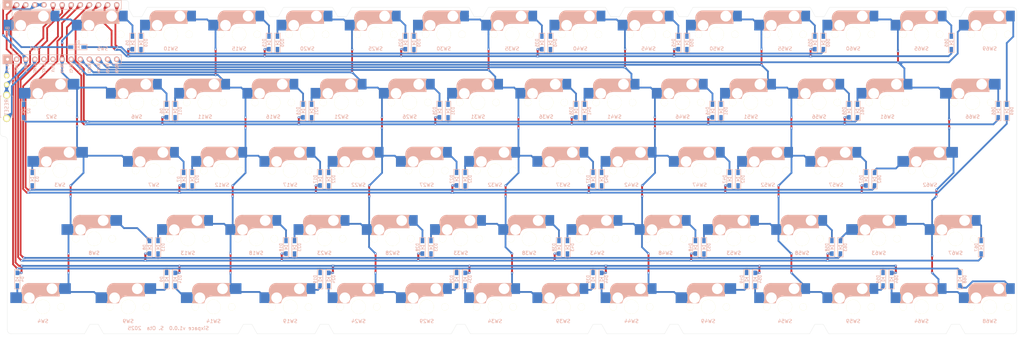
<source format=kicad_pcb>
(kicad_pcb (version 20241229) (generator "pcbnew") (generator_version "9.0")
  (layers (0 "F.Cu" signal) (2 "B.Cu" signal) (13 "F.Paste" user) (15 "B.Paste" user) (5 "F.SilkS" user "F.Silkscreen") (7 "B.SilkS" user "B.Silkscreen") (1 "F.Mask" user) (3 "B.Mask" user) (25 "Edge.Cuts" user))
  (net 0 "")
  (net 1 "Net-(D1-A)")
  (net 2 "Row0")
  (net 3 "Row2")
  (net 4 "Net-(D2-A)")
  (net 5 "Net-(D3-A)")
  (net 6 "Row4")
  (net 7 "Net-(D4-A)")
  (net 8 "Row8")
  (net 9 "Net-(D5-A)")
  (net 10 "Row1")
  (net 11 "Net-(D6-A)")
  (net 12 "Row3")
  (net 13 "Net-(D7-A)")
  (net 14 "Row5")
  (net 15 "Net-(D8-A)")
  (net 16 "Row7")
  (net 17 "Row9")
  (net 18 "Net-(D9-A)")
  (net 19 "Net-(D10-A)")
  (net 20 "Net-(D11-A)")
  (net 21 "Net-(D12-A)")
  (net 22 "Row6")
  (net 23 "Net-(D13-A)")
  (net 24 "Net-(D14-A)")
  (net 25 "Net-(D15-A)")
  (net 26 "Net-(D16-A)")
  (net 27 "Net-(D17-A)")
  (net 28 "Net-(D18-A)")
  (net 29 "Net-(D19-A)")
  (net 30 "Net-(D20-A)")
  (net 31 "Net-(D21-A)")
  (net 32 "Net-(D22-A)")
  (net 33 "Net-(D23-A)")
  (net 34 "Net-(D24-A)")
  (net 35 "Net-(D25-A)")
  (net 36 "Net-(D26-A)")
  (net 37 "Net-(D27-A)")
  (net 38 "Net-(D28-A)")
  (net 39 "Net-(D29-A)")
  (net 40 "Net-(D30-A)")
  (net 41 "Net-(D31-A)")
  (net 42 "Net-(D32-A)")
  (net 43 "Net-(D33-A)")
  (net 44 "Net-(D34-A)")
  (net 45 "Net-(D35-A)")
  (net 46 "Net-(D36-A)")
  (net 47 "Net-(D37-A)")
  (net 48 "Net-(D38-A)")
  (net 49 "Net-(D39-A)")
  (net 50 "Net-(D40-A)")
  (net 51 "Net-(D41-A)")
  (net 52 "Net-(D42-A)")
  (net 53 "Net-(D43-A)")
  (net 54 "Net-(D44-A)")
  (net 55 "Net-(D45-A)")
  (net 56 "Net-(D46-A)")
  (net 57 "Net-(D47-A)")
  (net 58 "Net-(D48-A)")
  (net 59 "Net-(D49-A)")
  (net 60 "Net-(D50-A)")
  (net 61 "Net-(D51-A)")
  (net 62 "Net-(D52-A)")
  (net 63 "Net-(D53-A)")
  (net 64 "Net-(D54-A)")
  (net 65 "Net-(D55-A)")
  (net 66 "Net-(D56-A)")
  (net 67 "Net-(D57-A)")
  (net 68 "Net-(D58-A)")
  (net 69 "Net-(D59-A)")
  (net 70 "Net-(D60-A)")
  (net 71 "Net-(D61-A)")
  (net 72 "Net-(D62-A)")
  (net 73 "Net-(D63-A)")
  (net 74 "Net-(D64-A)")
  (net 75 "Net-(D65-A)")
  (net 76 "Net-(D66-A)")
  (net 77 "Net-(D67-A)")
  (net 78 "Net-(D68-A)")
  (net 79 "Net-(D69-A)")
  (net 80 "Bat+")
  (net 81 "GND")
  (net 82 "Col0")
  (net 83 "Col1")
  (net 84 "Col2")
  (net 85 "Col3")
  (net 86 "Col4")
  (net 87 "Col5")
  (net 88 "Col6")
  (net 89 "Reset")
  (net 92 "VCC")
  (footprint "kbd_SW:CherryMX_Hotswap_1u_Small3" (layer "F.Cu") (at 121.4375 126.2)
    (property "Reference" "SW19")
    (property "Value" "SW_Push" (hide yes))
  )
  (footprint "kbd_Parts:Diode_SMD" (layer "F.Cu") (at 236.928282 109.5313 90)
    (property "Reference" "D53")
    (property "Value" "D" (hide yes))
  )
  (footprint "kbd_Parts:Diode_SMD" (layer "F.Cu") (at 120.246934 109.5313 90)
    (property "Reference" "D18")
    (property "Value" "D" (hide yes))
  )
  (footprint "kbd_Parts:Diode_SMD" (layer "F.Cu") (at 239.309534 71.420329 90)
    (property "Reference" "D46")
    (property "Value" "D" (hide yes))
  )
  (footprint "kbd_Parts:Diode_SMD" (layer "F.Cu") (at 241.690786 71.431268 90)
    (property "Reference" "D51")
    (property "Value" "D" (hide yes))
  )
  (footprint "kbd_SW:CherryMX_Hotswap_1u_Small3" (layer "F.Cu") (at 307.175 107.15)
    (property "Reference" "SW67")
    (property "Value" "SW_Push" (hide yes))
  )
  (footprint "kbd_SW:CherryMX_Hotswap_1u_Small3" (layer "F.Cu") (at 145.25 50)
    (property "Reference" "SW25")
    (property "Value" "SW_Push" (hide yes))
  )
  (footprint "kbd_Parts:Diode_SMD" (layer "F.Cu") (at 47.023435 71.431268 90)
    (property "Reference" "D2")
    (property "Value" "D" (hide yes))
  )
  (footprint "kbd_Parts:Diode_SMD" (layer "F.Cu") (at 89.290658 71.431268 90)
    (property "Reference" "D11")
    (property "Value" "D" (hide yes))
  )
  (footprint "kbd_SW:CherryMX_Hotswap_1.75u" (layer "F.Cu") (at 300.03125 88.1)
    (property "Reference" "SW62")
    (property "Value" "SW_Push" (hide yes))
  )
  (footprint "kbd_Parts:Diode_SMD" (layer "F.Cu") (at 277.409566 71.431268 90)
    (property "Reference" "D56")
    (property "Value" "D" (hide yes))
  )
  (footprint "kbd_Parts:Battery_BMP_2pin" (layer "F.Cu") (at 42.260931 63.096886)
    (property "Reference" "J1")
    (property "Value" "Conn_01x02" (hide yes))
  )
  (footprint "kbd_Parts:Diode_SMD" (layer "F.Cu") (at 49.404687 90.481284 90)
    (property "Reference" "D3")
    (property "Value" "D" (hide yes))
  )
  (footprint "kbd_SW:CherryMX_Hotswap_1u_Small3" (layer "F.Cu") (at 69.05 50)
    (property "Reference" "SW5")
    (property "Value" "SW_Push" (hide yes))
  )
  (footprint "kbd_Parts:Diode_SMD" (layer "F.Cu") (at 272.647062 109.5313 90)
    (property "Reference" "D58")
    (property "Value" "D" (hide yes))
  )
  (footprint "kbd_Parts:Diode_SMD" (layer "F.Cu") (at 308.365842 118.460995 -90)
    (property "Reference" "D68")
    (property "Value" "D" (hide yes))
  )
  (footprint "kbd_Parts:Diode_SMD" (layer "F.Cu") (at 129.771942 90.481284 90)
    (property "Reference" "D17")
    (property "Value" "D" (hide yes))
  )
  (footprint "kbd_Parts:Diode_SMD" (layer "F.Cu") (at 282.17207 90.481284 90)
    (property "Reference" "D57")
    (property "Value" "D" (hide yes))
  )
  (footprint "kbd_Parts:Diode_SMD" (layer "F.Cu") (at 94.053162 90.481284 90)
    (property "Reference" "D12")
    (property "Value" "D" (hide yes))
  )
  (footprint "kbd_SW:CherryMX_Hotswap_1u_Small3" (layer "F.Cu") (at 107.15 50)
    (property "Reference" "SW15")
    (property "Value" "SW_Push" (hide yes))
  )
  (footprint "kbd_Parts:Diode_SMD" (layer "F.Cu") (at 275.028314 109.5313 90)
    (property "Reference" "D63")
    (property "Value" "D" (hide yes))
  )
  (footprint "kbd_Parts:Diode_SMD" (layer "F.Cu") (at 203.590754 71.431268 90)
    (property "Reference" "D41")
    (property "Value" "D" (hide yes))
  )
  (footprint "kbd_Parts:Diode_SMD" (layer "F.Cu") (at 314.318972 109.5313 90)
    (property "Reference" "D67")
    (property "Value" "D" (hide yes))
  )
  (footprint "kbd_SW:CherryMX_Hotswap_1u_Small3" (layer "F.Cu") (at 235.7375 88.1)
    (property "Reference" "SW47")
    (property "Value" "SW_Push" (hide yes))
  )
  (footprint "kbd_SW:CherryMX_Hotswap_1u_Small3" (layer "F.Cu") (at 288.125 69.05)
    (property "Reference" "SW61")
    (property "Value" "SW_Push" (hide yes))
  )
  (footprint "kbd_Parts:Diode_SMD" (layer "F.Cu") (at 194.065746 52.381252 90)
    (property "Reference" "D40")
    (property "Value" "D" (hide yes))
  )
  (footprint "kbd_Parts:Diode_SMD" (layer "F.Cu") (at 205.972006 118.460995 -90)
    (property "Reference" "D39")
    (property "Value" "D" (hide yes))
  )
  (footprint "kbd_SW:CherryMX_Hotswap_1u_Small3" (layer "F.Cu") (at 278.6 50)
    (property "Reference" "SW60")
    (property "Value" "SW_Push" (hide yes))
  )
  (footprint "kbd_SW:CherryMX_Hotswap_1u_Small3" (layer "F.Cu") (at 183.35 50)
    (property "Reference" "SW35")
    (property "Value" "SW_Push" (hide yes))
  )
  (footprint "kbd_SW:CherryMX_Hotswap_1u_Small3" (layer "F.Cu") (at 197.6375 126.2)
    (property "Reference" "SW39")
    (property "Value" "SW_Push" (hide yes))
  )
  (footprint "kbd_SW:CherryMX_Hotswap_1u_Small3" (layer "F.Cu") (at 192.875 69.05)
    (property "Reference" "SW36")
    (property "Value" "SW_Push" (hide yes))
  )
  (footprint "kbd_SW:CherryMX_Hotswap_1u_Small3" (layer "F.Cu") (at 264.3125 107.15)
    (property "Reference" "SW58")
    (property "Value" "SW_Push" (hide yes))
  )
  (footprint "kbd_Parts:Diode_SMD" (layer "F.Cu") (at 191.684494 52.381252 90)
    (property "Reference" "D35")
    (property "Value" "D" (hide yes))
  )
  (footprint "kbd_SW:CherryMX_Hotswap_1u_Small3" (layer "F.Cu") (at 216.6875 88.1)
    (property "Reference" "SW42")
    (property "Value" "SW_Push" (hide yes))
  )
  (footprint "kbd_Parts:Diode_SMD" (layer "F.Cu") (at 165.490722 71.431268 90)
    (property "Reference" "D31")
    (property "Value" "D" (hide yes))
  )
  (footprint "kbd_SW:CherryMX_Hotswap_1u_Small3" (layer "F.Cu") (at 83.3375 88.1)
    (property "Reference" "SW7")
    (property "Value" "SW_Push" (hide yes))
  )
  (footprint "kbd_Parts:Diode_SMD" (layer "F.Cu") (at 122.628186 109.5313 90)
    (property "Reference" "D23")
    (property "Value" "D" (hide yes))
  )
  (footprint "kbd_SW:CherryMX_Hotswap_1.25u" (layer "F.Cu") (at 76.19375 126.2)
    (property "Reference" "SW9")
    (property "Value" "SW_Push" (hide yes))
  )
  (footprint "kbd_Parts:Diode_SMD" (layer "F.Cu") (at 160.728218 109.5313 90)
    (property "Reference" "D33")
    (property "Value" "D" (hide yes))
  )
  (footprint "kbd_Parts:Diode_SMD" (layer "F.Cu") (at 208.353258 118.460995 -90)
    (property "Reference" "D44")
    (property "Value" "D" (hide yes))
  )
  (footprint "kbd_SW:CherryMX_Hotswap_1.5u" (layer "F.Cu") (at 311.9375 69.05)
    (property "Reference" "SW66")
    (property "Value" "SW_Push" (hide yes))
  )
  (footprint "kbd_Parts:Diode_SMD" (layer "F.Cu") (at 167.871974 90.470345 90)
    (property "Reference" "D27")
    (property "Value" "D" (hide yes))
  )
  (footprint "kbd_Parts:Diode_SMD" (layer "F.Cu") (at 132.153194 90.481284 90)
    (property "Reference" "D22")
    (property "Value" "D" (hide yes))
  )
  (footprint "kbd_SW:CherryMX_Hotswap_1u_Small3" (layer "F.Cu") (at 140.4875 126.2)
    (property "Reference" "SW24")
    (property "Value" "SW_Push" (hide yes))
  )
  (footprint "kbd_SW:CherryMX_Hotswap_1u_Small3" (layer "F.Cu") (at 269.075 69.05)
    (property "Reference" "SW56")
    (property "Value" "SW_Push" (hide yes))
  )
  (footprint "kbd_Parts:Diode_SMD" (layer "F.Cu") (at 155.965714 52.381252 90)
    (property "Reference" "D30")
    (property "Value" "D" (hide yes))
  )
  (footprint "kbd_SW:CherryMX_Hotswap_1u_Small3" (layer "F.Cu") (at 88.1 50)
    (property "Reference" "SW10")
    (property "Value" "SW_Push" (hide yes))
  )
  (footprint "kbd_Parts:Diode_SMD" (layer "F.Cu") (at 251.215794 118.460995 -90)
    (property "Reference" "D54")
    (property "Value" "D" (hide yes))
  )
  (footprint "kbd_Parts:Diode_SMD" (layer "F.Cu") (at 198.82825 109.5313 90)
    (property "Reference" "D43")
    (property "Value" "D" (hide yes))
  )
  (footprint "kbd_Parts:Diode_SMD" (layer "F.Cu") (at 158.346966 109.5313 90)
    (property "Reference" "D28")
    (property "Value" "D" (hide yes))
  )
  (footprint "kbd_Parts:Diode_SMD" (layer "F.Cu") (at 232.165778 52.381252 90)
    (property "Reference" "D50")
    (property "Value" "D" (hide yes))
  )
  (footprint "kbd_SW:CherryMX_Hotswap_1u_Small3" (layer "F.Cu") (at 178.5875 88.1)
    (property "Reference" "SW32")
    (property "Value" "SW_Push" (hide yes))
  )
  (footprint "kbd_Parts:Diode_SMD" (layer "F.Cu") (at 286.934574 118.460995 -90)
    (property "Reference" "D59")
    (property "Value" "D" (hide yes))
  )
  (footprint "kbd_Parts:Diode_SMD" (layer "F.Cu") (at 246.45329 90.481284 90)
    (property "Reference" "D52")
    (property "Value" "D" (hide yes))
  )
  (footprint "kbd_Parts:Diode_SMD" (layer "F.Cu") (at 196.446998 109.5313 90)
    (property "Reference" "D38")
    (property "Value" "D" (hide yes))
  )
  (footprint "kbd_Parts:Diode_SMD" (layer "F.Cu") (at 319.081476 71.431268 90)
    (property "Reference" "D66")
    (property "Value" "D" (hide yes))
  )
  (footprint "kbd_SW:CherryMX_Hotswap_1u_Small3" (layer "F.Cu") (at 211.925 69.05)
    (property "Reference" "SW41")
    (property "Value" "SW_Push" (hide yes))
  )
  (footprint "kbd_SW:CherryMX_Hotswap_1u_Small3" (layer "F.Cu") (at 297.65 126.2)
    (property "Reference" "SW64")
    (property "Value" "SW_Push" (hide yes))
  )
  (footprint "kbd_SW:CherryMX_Hotswap_1u_Small3" (layer "F.Cu") (at 111.9125 107.15)
    (property "Reference" "SW18")
    (property "Value" "SW_Push" (hide yes))
  )
  (footprint "kbd_SW:CherryMX_Hotswap_1u_Small3" (layer "F.Cu") (at 221.45 50)
    (property "Reference" "SW45")
    (property "Value" "SW_Push" (hide yes))
  )
  (footprint "kbd_SW:CherryMX_Hotswap_1u_Small3" (layer "F.Cu") (at 97.625 69.05)
    (property "Reference" "SW11")
    (property "Value" "SW_Push" (hide yes))
  )
  (footprint "kbd_Parts:Diode_SMD" (layer "F.Cu") (at 115.48443 52.381252 90)
    (property "Reference" "D15")
    (property "Value" "D" (hide yes))
  )
  (footprint "kbd_SW:CherryMX_Hotswap_1u_Small3" (layer "F.Cu") (at 135.725 69.05)
    (property "Reference" "SW21")
    (property "Value" "SW_Push" (hide yes))
  )
  (footprint "kbd_Parts:Diode_SMD" (layer "F.Cu") (at 125.009438 71.431268 90)
    (property "Reference" "D16")
    (property "Value" "D" (hide yes))
  )
  (footprint "kbd_Parts:Diode_SMD" (layer "F.Cu") (at 77.384398 52.381252 90)
    (property "Reference" "D5")
    (property "Value" "D" (hide yes))
  )
  (footprint "kbd_SW:CherryMX_Hotswap_1u_Small3" (layer "F.Cu") (at 278.6 126.2)
    (property "Reference" "SW59")
    (property "Value" "SW_Push" (hide yes))
  )
  (footprint "kbd_Parts:Diode_SMD" (layer "F.Cu") (at 167.871974 118.460995 -90)
    (property "Reference" "D29")
    (property "Value" "D" (hide yes))
  )
  (footprint "kbd_SW:CherryMX_Hotswap_1u_Small3" (layer "F.Cu") (at 164.3 50)
    (property "Reference" "SW30")
    (property "Value" "SW_Push" (hide yes))
  )
  (footprint "kbd_SW:CherryMX_Hotswap_1u_Small3" (layer "F.Cu") (at 154.775 69.05)
    (property "Reference" "SW26")
    (property "Value" "SW_Push" (hide yes))
  )
  (footprint "kbd_Parts:Diode_SMD" (layer "F.Cu") (at 284.553322 90.481284 90)
    (property "Reference" "D62")
    (property "Value" "D" (hide yes))
  )
  (footprint "kbd_SW:CherryMX_Hotswap_1u_Small3" (layer "F.Cu") (at 188.1125 107.15)
    (property "Reference" "SW38")
    (property "Value" "SW_Push" (hide yes))
  )
  (footprint "kbd_SW:CherryMX_Hotswap_1u_Small3" (layer "F.Cu") (at 173.825 69.05)
    (property "Reference" "SW31")
    (property "Value" "SW_Push" (hide yes))
  )
  (footprint "kbd_Parts:Diode_SMD" (layer "F.Cu") (at 305.98459 52.381252 90)
    (property "Reference" "D65")
    (property "Value" "D" (hide yes))
  )
  (footprint "kbd_SW:CherryMX_Hotswap_1u_Small3" (layer "F.Cu") (at 316.7 126.2)
    (property "Reference" "SW68")
    (property "Value" "SW_Push" (hide yes))
  )
  (footprint "kbd_SW:CherryMX_Hotswap_1u_Small3" (layer "F.Cu") (at 178.5875 126.2)
    (property "Reference" "SW34")
    (property "Value" "SW_Push" (hide yes))
  )
  (footprint "kbd_SW:CherryMX_Hotswap_1u_Small3" (layer "F.Cu") (at 259.55 50)
    (property "Reference" "SW55")
    (property "Value" "SW_Push" (hide yes))
  )
  (footprint "kbd_SW:CherryMX_Hotswap_1u_Small3" (layer "F.Cu") (at 297.65 50)
    (property "Reference" "SW65")
    (property "Value" "SW_Push" (hide yes))
  )
  (footprint "kbd_Parts:Diode_SMD" (layer "F.Cu") (at 234.54703 109.5313 90)
    (property "Reference" "D48")
    (property "Value" "D" (hide yes))
  )
  (footprint "kbd_SW:CherryMX_Hotswap_1.5u" (layer "F.Cu") (at 54.7625 69.05)
    (property "Reference" "SW2")
    (property "Value" "SW_Push" (hide yes))
  )
  (footprint "kbd_SW:CherryMX_Hotswap_1u_Small3" (layer "F.Cu") (at 92.8625 107.15)
    (property "Reference" "SW13")
    (property "Value" "SW_Push" (hide yes))
  )
  (footprint "kbd_SW:CherryMX_Hotswap_1u_Small3" (layer "F.Cu") (at 216.6875 126.2)
    (property "Reference" "SW44")
    (property "Value" "SW_Push" (hide yes))
  )
  (footprint "kbd_SW:CherryMX_Hotswap_1.25u" (layer "F.Cu") (at 285.74375 107.15)
    (property "Reference" "SW63")
    (property "Value" "SW_Push" (hide yes))
  )
  (footprint "kbd_SW:CherryMX_Hotswap_1u_Small3" (layer "F.Cu") (at 102.3875 88.1)
    (property "Reference" "SW12")
    (property "Value" "SW_Push" (hide yes))
  )
  (footprint "kbd_Parts:Diode_SMD" (layer "F.Cu") (at 86.909406 118.460995 -90)
    (property "Reference" "D9")
    (property "Value" "D" (hide yes))
  )
  (footprint "kbd_Parts:Diode_SMD" (layer "F.Cu") (at 45.237496 118.460995 -90)
    (property "Reference" "D4")
    (property "Value" "D" (hide yes))
  )
  (footprint "kbd_Parts:Diode_SMD" (layer "F.Cu") (at 163.10947 71.431268 90)
    (property "Reference" "D26")
    (property "Value" "D" (hide yes))
  )
  (footprint "kbd_SW:CherryMX_Hotswap_1.75u" (layer "F.Cu") (at 57.14375 88.1)
    (property "Reference" "SW3")
    (property "Value" "SW_Push" (hide yes))
  )
  (footprint "kbd_SW:CherryMX_Hotswap_1u_Small3" (layer "F.Cu") (at 273.8375 88.1)
    (property "Reference" "SW57")
    (property "Value" "SW_Push" (hide yes))
  )
  (footprint "kbd_Parts:Diode_SMD" (layer "F.Cu") (at 153.584462 52.381252 90)
    (property "Reference" "D25")
    (property "Value" "D" (hide yes))
  )
  (footprint "kbd_Parts:Diode_SMD" (layer "F.Cu") (at 289.315826 118.460995 -90)
    (property "Reference" "D64")
    (property "Value" "D" (hide yes))
  )
  (footprint "kbd_Parts:Diode_SMD" (layer "F.Cu") (at 89.290658 118.460995 -90)
    (property "Reference" "D14")
    (property "Value" "D" (hide yes))
  )
  (footprint "kbd_SW:CherryMX_Hotswap_1u_Small3" (layer "F.Cu") (at 197.6375 88.1)
    (property "Reference" "SW37")
    (property "Value" "SW_Push" (hide yes))
  )
  (footprint "kbd_SW:CherryMX_Hotswap_1u_Small3" (layer "F.Cu") (at 130.9625 107.15)
    (property "Reference" "SW23")
    (property "Value" "SW_Push" (hide yes))
  )
  (footprint "kbd_SW:CherryMX_Hotswap_1u_Small3" (layer "F.Cu") (at 150.0125 107.15)
    (property "Reference" "SW28")
    (property "Value" "SW_Push" (hide yes))
  )
  (footprint "kbd_SW:CherryMX_Hotswap_1u_Small3" (layer "F.Cu") (at 316.7 50)
    (property "Reference" "SW69")
    (property "Value" "SW_Push" (hide yes))
  )
  (footprint "kbd_SW:CherryMX_Hotswap_1u_Small3" (layer "F.Cu") (at 259.55 126.2)
    (property "Reference" "SW54")
    (property "Value" "SW_Push" (hide yes))
  )
  (footprint "kbd_Parts:Diode_SMD" (layer "F.Cu") (at 132.153194 118.460995 -90)
    (property "Reference" "D24")
    (property "Value" "D" (hide yes))
  )
  (footprint "kbd_SW:CherryMX_Hotswap_1u_Small3" (layer "F.Cu") (at 121.4375 88.1)
    (property "Reference" "SW17")
    (property "Value" "SW_Push" (hide yes))
  )
  (footprint "kbd_SW:CherryMX_Hotswap_1u_Small3" (layer "F.Cu") (at 226.2125 107.15)
    (property "Reference" "SW48")
    (property "Value" "SW_Push" (hide yes))
  )
  (footprint "kbd_Parts:Diode_SMD" (layer "F.Cu") (at 208.353258 90.481284 90)
    (property "Reference" "D42")
    (property "Value" "D" (hide yes))
  )
  (footprint "kbd_SW:CherryMX_Hotswap_1u_Small3" (layer "F.Cu") (at 126.2 50)
    (property "Reference" "SW20")
    (property "Value" "SW_Push" (hide yes))
  )
  (footprint "kbd_Parts:Diode_SMD" (layer "F.Cu") (at 267.895497 52.381252 90)
    (property "Reference" "D55")
    (property "Value" "D" (hide yes))
  )
  (footprint "kbd_Parts:Diode_SMD" (layer "F.Cu") (at 229.784526 52.381252 90)
    (property "Reference" "D45")
    (property "Value" "D" (hide yes))
  )
  (footprint "kbd_SW:CherryMX_Hotswap_1u_Small3" (layer "F.Cu") (at 159.5375 126.2)
    (property "Reference" "SW29")
    (property "Value" "SW_Push" (hide yes))
  )
  (footprint "kbd_Parts:Diode_SMD" (layer "F.Cu") (at 84.528154 109.5313 90)
    (property "Reference" "D13")
    (property "Value" "D" (hide yes))
  )
  (footprint "kbd_SW:CherryMX_Hotswap_1u_Small3" (layer "F.Cu") (at 78.575 69.05)
    (property "Reference" "SW6")
    (property "Value" "SW_Push" (hide yes))
  )
  (footprint "kbd_Parts:Diode_SMD" (layer "F.Cu") (at 244.062684 90.481284 90)
    (property "Reference" "D47")
    (property "Value" "D" (hide yes))
  )
  (footprint "kbd_SW:CherryMX_Hotswap_1u_Small3" (layer "F.Cu") (at 254.7875 88.1)
    (property "Reference" "SW52")
    (property "Value" "SW_Push" (hide yes))
  )
  (footprint "kbd_Parts:Diode_SMD" (layer "F.Cu") (at 248.834542 118.460995 -90)
    (property "Reference" "D49")
    (property "Value" "D" (hide yes))
  )
  (footprint "kbd_Parts:Diode_SMD" (layer "F.Cu") (at 82.146902 109.5313 90)
    (property "Reference" "D8")
    (property "Value" "D" (hide yes))
  )
  (footprint "kbd_SW:CherryMX_Hotswap_1u_Small3" (layer "F.Cu") (at 207.1625 107.15)
    (property "Reference" "SW43")
    (property "Value" "SW_Push" (hide yes))
  )
  (footprint "kbd_SW:CherryMX_Hotswap_1.25u" (layer "F.Cu") (at 100.00625 126.2)
    (property "Reference" "SW14")
    (property "Value" "SW_Push" (hide yes))
  )
  (footprint "kbd_Parts:Diode_SMD" (layer "F.Cu") (at 170.253226 118.460995 -90)
    (property "Reference" "D34")
    (property "Value" "D" (hide yes))
  )
  (footprint "kbd_Parts:Diode_SMD" (layer "F.Cu") (at 321.462728 71.431268 90)
    (property "Reference" "D69")
    (property "Value" "D" (hide yes))
  )
  (footprint "kbd_SW:CherryMX_Hotswap_1u_Small3" (layer "F.Cu") (at 202.4 50)
    (property "Reference" "SW40")
    (property "Value" "SW_Push" (hide yes))
  )
  (footprint "kbd_SW:CherryMX_Hotswap_1u_Small3" (layer "F.Cu") (at 50 50)
    (property "Reference" "SW1")
    (property "Value" "SW_Push" (hide yes))
  )
  (footprint "kbd_Parts:Diode_SMD" (layer "F.Cu") (at 79.76565 52.381252 90)
    (property "Reference" "D10")
    (property "Value" "D" (hide yes))
  )
  (footprint "kbd_Parts:Diode_SMD" (layer "F.Cu") (at 91.67191 90.481284 90)
    (property "Reference" "D7")
    (property "Value" "D" (hide yes))
  )
  (footprint "kbd_Parts:Diode_SMD" (layer "F.Cu") (at 201.209502 71.431268 90)
    (property "Reference" "D36")
    (property "Value" "D" (hide yes))
  )
  (footprint "kbd_SW:CherryMX_Hotswap_1.75u" (layer "F.Cu") (at 66.66875 107.15)
    (property "Reference" "SW8")
    (property "Value" "SW_Push" (hide yes))
  )
  (footprint "kbd_SW:CherryMX_Hotswap_1u_Small3" (layer "F.Cu") (at 140.4875 88.1)
    (property "Reference" "SW22")
    (property "Value" "SW_Push" (hide yes))
  )
  (footprint "kbd_SW:CherryMX_Hotswap_1u_Small3" (layer "F.Cu") (at 240.5 50)
    (property "Reference" "SW50")
    (property "Value" "SW_Push" (hide yes))
  )
  (footprint "kbd_Parts:Diode_SMD" (layer "F.Cu") (at 170.253226 90.481284 90)
    (property "Reference" "D32")
    (property "Value" "D" (hide yes))
  )
  (footprint "kbd_SW:CherryMX_Hotswap_1u_Small3" (layer "F.Cu") (at 245.2625 107.15)
    (property "Reference" "SW53")
    (property "Value" "SW_Push" (hide yes))
  )
  (footprint "kbd_SW:CherryMX_Hotswap_1u_Small3" (layer "F.Cu") (at 169.0625 107.15)
    (property "Reference" "SW33")
    (property "Value" "SW_Push" (hide yes))
  )
  (footprint "kbd_SW:CherryMX_Hotswap_1u_Small3" (layer "F.Cu") (at 230.975 69.05)
    (property "Reference" "SW46")
    (property "Value" "SW_Push" (hide yes))
  )
  (footprint "kbd_Parts:Diode_SMD" (layer "F.Cu") (at 86.909406 71.420329 90)
    (property "Reference" "D6")
    (property "Value" "D" (hide yes))
  )
  (footprint "kbd_Parts:Diode_SMD" (layer "F.Cu") (at 127.39069 71.431268 90)
    (property "Reference" "D21")
    (property "Value" "D" (hide yes))
  )
  (footprint "kbd_Parts:Diode_SMD" (layer "F.Cu") (at 205.972006 90.470345 90)
    (property "Reference" "D37")
    (property "Value" "D" (hide yes))
  )
  (footprint "kbd_SW:CherryMX_Hotswap_1.25u" (layer "F.Cu") (at 52.38125 126.2)
    (property "Reference" "SW4")
    (property "Value" "SW_Push" (hide yes))
  )
  (footprint "kbd_SW:CherryMX_Hotswap_1u_Small3" (layer "F.Cu") (at 250.025 69.05)
    (property "Reference" "SW51")
    (property "Value" "SW_Push" (hide yes))
  )
  (footprint "kbd_Parts:Diode_SMD" (layer "F.Cu") (at 129.771942 118.460995 -90)
    (property "Reference" "D19")
    (property "Value" "D" (hide yes))
  )
  (footprint "kbd_Parts:Diode_SMD" (layer "F.Cu") (at 270.26581 52.381252 90)
    (property "Reference" "D60")
    (property "Value" "D" (hide yes))
  )
  (footprint "kbd_SW:CherryMX_Hotswap_1u_Small3" (layer "F.Cu") (at 116.675 69.05)
    (property "Reference" "SW16")
    (property "Value" "SW_Push" (hide yes))
  )
  (footprint "kbd_Parts:Diode_SMD" (layer "F.Cu") (at 62 53.571878 180)
    (property "Reference" "D1")
    (property "Value" "D" (hide yes))
  )
  (footprint "kbd_Parts:ResetSW" (layer "F.Cu") (at 42.260931 70.240642 -90)
    (property "Reference" "SW70" (hide yes))
    (property "Value" "SW_Push" (hide yes))
  )
  (footprint "kbd_Parts:Diode_SMD" (layer "F.Cu") (at 279.790818 71.431268 90)
    (property "Reference" "D61")
    (property "Value" "D" (hide yes))
  )
  (footprint "kbd_SW:CherryMX_Hotswap_1u_Small3" (layer "F.Cu") (at 159.5375 88.1)
    (property "Reference" "SW27")
    (property "Value" "SW_Push" (hide yes))
  )
  (footprint "kbd_SW:CherryMX_Hotswap_1.25u" (layer "F.Cu") (at 238.11875 126.2)
    (property "Reference" "SW49")
    (property "Value" "SW_Push" (hide yes))
  )
  (footprint "kbd_Parts:Diode_SMD" (layer "F.Cu") (at 117.865682 52.381252 90)
    (property "Reference" "D20")
    (property "Value" "D" (hide yes))
  )
  (footprint "kbd_Parts:Micon_BMP_7sKB" (layer "B.Cu") (at 59.525 49.32 -90)
    (property "Reference" "U1" (hide yes))
    (property "Value" "Micon_BLEMicroPro" (hide yes))
  )
  (gr_line (start 231.26 133.725) (end 266.41 133.725) (stroke (width 0.05)) (layer "Edge.Cuts"))
  (gr_arc (start 41.475 78.575) (mid 42.182107 78.867893) (end 42.475 79.575) (stroke (width 0.05)) (layer "Edge.Cuts"))
  (gr_line (start 308.585 45.1) (end 310.05 42.475) (stroke (width 0.05)) (layer "Edge.Cuts"))
  (gr_line (start 229.985 45.1) (end 228.52 42.475) (stroke (width 0.05)) (layer "Edge.Cuts"))
  (gr_line (start 42.475 79.575) (end 42.475 132.725) (stroke (width 0.05)) (layer "Edge.Cuts"))
  (gr_line (start 233.85 42.475) (end 232.385 45.1) (stroke (width 0.05)) (layer "Edge.Cuts"))
  (gr_line (start 171.73 133.725) (end 204.5 133.725) (stroke (width 0.05)) (layer "Edge.Cuts"))
  (gr_line (start 324.225 43.475) (end 324.225 132.725) (stroke (width 0.05)) (layer "Edge.Cuts"))
  (gr_line (start 214.8 42.475) (end 228.52 42.475) (stroke (width 0.05)) (layer "Edge.Cuts"))
  (gr_line (start 310.05 42.475) (end 323.225 42.475) (stroke (width 0.05)) (layer "Edge.Cuts"))
  (gr_line (start 119.55 42.475) (end 118.085 45.1) (stroke (width 0.05)) (layer "Edge.Cuts"))
  (gr_line (start 132.1625 131.1) (end 129.7625 131.1) (stroke (width 0.05)) (layer "Edge.Cuts"))
  (gr_arc (start 75.385 40.474992) (mid 76.092107 40.767885) (end 76.385 41.474992) (stroke (width 0.05)) (layer "Edge.Cuts"))
  (gr_line (start 65.46875 131.1) (end 64 133.725) (stroke (width 0.05)) (layer "Edge.Cuts"))
  (gr_line (start 232.385 45.1) (end 229.985 45.1) (stroke (width 0.05)) (layer "Edge.Cuts"))
  (gr_line (start 309.840116 133.725) (end 323.225 133.725) (stroke (width 0.05)) (layer "Edge.Cuts"))
  (gr_line (start 233.85 42.475) (end 266.62 42.475) (stroke (width 0.05)) (layer "Edge.Cuts"))
  (gr_line (start 209.827616 133.725) (end 208.3625 131.1) (stroke (width 0.05)) (layer "Edge.Cuts"))
  (gr_line (start 267.875 131.1) (end 266.41 133.725) (stroke (width 0.05)) (layer "Edge.Cuts"))
  (gr_line (start 306.185 45.1) (end 308.585 45.1) (stroke (width 0.05)) (layer "Edge.Cuts"))
  (gr_line (start 115.685 45.1) (end 114.22 42.475) (stroke (width 0.05)) (layer "Edge.Cuts"))
  (gr_line (start 271.74 133.725) (end 270.275 131.1) (stroke (width 0.05)) (layer "Edge.Cuts"))
  (gr_line (start 229.79375 131.1) (end 227.39375 131.1) (stroke (width 0.05)) (layer "Edge.Cuts"))
  (gr_line (start 231.258866 133.725) (end 229.79375 131.1) (stroke (width 0.05)) (layer "Edge.Cuts"))
  (gr_line (start 133.63 133.725) (end 132.1625 131.1) (stroke (width 0.05)) (layer "Edge.Cuts"))
  (gr_arc (start 40.475 42.475) (mid 41.060786 41.060786) (end 42.475 40.475) (stroke (width 0.05)) (layer "Edge.Cuts"))
  (gr_line (start 270.485 45.1) (end 268.085 45.1) (stroke (width 0.05)) (layer "Edge.Cuts"))
  (gr_line (start 227.39375 131.1) (end 225.928634 133.725) (stroke (width 0.05)) (layer "Edge.Cuts"))
  (gr_line (start 171.73 133.725) (end 170.2625 131.1) (stroke (width 0.05)) (layer "Edge.Cuts"))
  (gr_line (start 271.95 42.475) (end 304.72 42.475) (stroke (width 0.05)) (layer "Edge.Cuts"))
  (gr_line (start 67.86875 131.1) (end 65.46875 131.1) (stroke (width 0.05)) (layer "Edge.Cuts"))
  (gr_line (start 170.2625 131.1) (end 167.8625 131.1) (stroke (width 0.05)) (layer "Edge.Cuts"))
  (gr_arc (start 41.475 78.575) (mid 40.767893 78.282107) (end 40.475 77.575) (stroke (width 0.05)) (layer "Edge.Cuts"))
  (gr_line (start 208.3625 131.1) (end 205.9625 131.1) (stroke (width 0.05)) (layer "Edge.Cuts"))
  (gr_line (start 213.335 45.1) (end 210.935 45.1) (stroke (width 0.05)) (layer "Edge.Cuts"))
  (gr_line (start 69.33 133.725) (end 106.87 133.725) (stroke (width 0.05)) (layer "Edge.Cuts"))
  (gr_line (start 110.73125 131.1) (end 112.2 133.725) (stroke (width 0.05)) (layer "Edge.Cuts"))
  (gr_line (start 108.33125 131.1) (end 110.73125 131.1) (stroke (width 0.05)) (layer "Edge.Cuts"))
  (gr_line (start 133.63 133.725) (end 166.4 133.725) (stroke (width 0.05)) (layer "Edge.Cuts"))
  (gr_line (start 119.55 42.475) (end 133.27 42.475) (stroke (width 0.05)) (layer "Edge.Cuts"))
  (gr_arc (start 324.225 132.725) (mid 323.932107 133.432107) (end 323.225 133.725) (stroke (width 0.05)) (layer "Edge.Cuts"))
  (gr_line (start 76.385 42.95) (end 76.385 41.474992) (stroke (width 0.05)) (layer "Edge.Cuts"))
  (gr_line (start 270.275 131.1) (end 267.875 131.1) (stroke (width 0.05)) (layer "Edge.Cuts"))
  (gr_line (start 79.985 45.1) (end 77.585 45.1) (stroke (width 0.05)) (layer "Edge.Cuts"))
  (gr_line (start 138.6 42.475) (end 137.135 45.1) (stroke (width 0.05)) (layer "Edge.Cuts"))
  (gr_arc (start 323.225 42.475) (mid 323.932107 42.767893) (end 324.225 43.475) (stroke (width 0.05)) (layer "Edge.Cuts"))
  (gr_line (start 268.085 45.1) (end 266.62 42.475) (stroke (width 0.05)) (layer "Edge.Cuts"))
  (gr_arc (start 43.475 133.725) (mid 42.767893 133.432107) (end 42.475 132.725) (stroke (width 0.05)) (layer "Edge.Cuts"))
  (gr_line (start 134.735 45.1) (end 133.27 42.475) (stroke (width 0.05)) (layer "Edge.Cuts"))
  (gr_line (start 167.8625 131.1) (end 166.4 133.725) (stroke (width 0.05)) (layer "Edge.Cuts"))
  (gr_line (start 271.74 133.725) (end 304.51 133.725) (stroke (width 0.05)) (layer "Edge.Cuts"))
  (gr_line (start 309.840116 133.725) (end 308.375 131.1) (stroke (width 0.05)) (layer "Edge.Cuts"))
  (gr_line (start 209.83 133.725) (end 225.93 133.725) (stroke (width 0.05)) (layer "Edge.Cuts"))
  (gr_line (start 271.95 42.475) (end 270.485 45.1) (stroke (width 0.05)) (layer "Edge.Cuts"))
  (gr_line (start 118.085 45.1) (end 115.685 45.1) (stroke (width 0.05)) (layer "Edge.Cuts"))
  (gr_line (start 40.475 42.475) (end 40.475 77.575) (stroke (width 0.05)) (layer "Edge.Cuts"))
  (gr_line (start 210.935 45.1) (end 209.47 42.475) (stroke (width 0.05)) (layer "Edge.Cuts"))
  (gr_line (start 175.235 45.1) (end 172.835 45.1) (stroke (width 0.05)) (layer "Edge.Cuts"))
  (gr_line (start 137.135 45.1) (end 134.735 45.1) (stroke (width 0.05)) (layer "Edge.Cuts"))
  (gr_line (start 69.33 133.725) (end 67.86875 131.1) (stroke (width 0.05)) (layer "Edge.Cuts"))
  (gr_line (start 176.7 42.475) (end 209.47 42.475) (stroke (width 0.05)) (layer "Edge.Cuts"))
  (gr_line (start 214.8 42.475) (end 213.335 45.1) (stroke (width 0.05)) (layer "Edge.Cuts"))
  (gr_line (start 43.475 133.725) (end 64 133.725) (stroke (width 0.05)) (layer "Edge.Cuts"))
  (gr_line (start 304.72 42.475) (end 306.185 45.1) (stroke (width 0.05)) (layer "Edge.Cuts"))
  (gr_line (start 305.975 131.1) (end 304.509884 133.725) (stroke (width 0.05)) (layer "Edge.Cuts"))
  (gr_line (start 176.7 42.475) (end 175.235 45.1) (stroke (width 0.05)) (layer "Edge.Cuts"))
  (gr_line (start 308.375 131.1) (end 305.975 131.1) (stroke (width 0.05)) (layer "Edge.Cuts"))
  (gr_line (start 138.6 42.475) (end 171.37 42.475) (stroke (width 0.05)) (layer "Edge.Cuts"))
  (gr_line (start 112.2 133.725) (end 128.3 133.725) (stroke (width 0.05)) (layer "Edge.Cuts"))
  (gr_line (start 172.835 45.1) (end 171.37 42.475) (stroke (width 0.05)) (layer "Edge.Cuts"))
  (gr_line (start 205.9625 131.1) (end 204.5 133.725) (stroke (width 0.05)) (layer "Edge.Cuts"))
  (gr_line (start 106.87 133.725) (end 108.33125 131.1) (stroke (width 0.05)) (layer "Edge.Cuts"))
  (gr_line (start 81.45 42.475) (end 114.22 42.475) (stroke (width 0.05)) (layer "Edge.Cuts"))
  (gr_line (start 129.7625 131.1) (end 128.3 133.725) (stroke (width 0.05)) (layer "Edge.Cuts"))
  (gr_line (start 42.475 40.475) (end 75.385 40.475) (stroke (width 0.05)) (layer "Edge.Cuts"))
  (gr_line (start 77.585 45.1) (end 76.385 42.95) (stroke (width 0.05)) (layer "Edge.Cuts"))
  (gr_line (start 81.45 42.475) (end 79.985 45.1) (stroke (width 0.05)) (layer "Edge.Cuts"))
  (gr_text "Sixpace v1.0.0  S. Ota  2025" (at 98.815666 132.748507 0) (layer "B.SilkS") (effects (font (size 1 1)) (justify left bottom mirror)))
  (segment (start 60.225 53.571878) (end 46.387005 53.571878) (width 0.5) (layer "B.Cu") (net 1))
  (segment (start 42.856244 47.563756) (end 42.856244 50.058979) (width 0.5) (layer "B.Cu") (net 1))
  (segment (start 46.387005 53.571878) (end 46.378074 53.580809) (width 0.5) (layer "B.Cu") (net 1))
  (segment (start 42.856244 50.058979) (end 46.378074 53.580809) (width 0.5) (layer "B.Cu") (net 1))
  (segment (start 43 47.42) (end 42.856244 47.563756) (width 0.5) (layer "B.Cu") (net 1))
  (segment (start 73.591 45.748841) (end 73.591 44.091159) (width 0.5) (layer "F.Cu") (net 2))
  (segment (start 72.621894 52.976565) (end 72.621894 46.717947) (width 0.5) (layer "F.Cu") (net 2))
  (segment (start 73.217207 53.571878) (end 72.621894 52.976565) (width 0.5) (layer "F.Cu") (net 2))
  (segment (start 72.987 43.487159) (end 72.987 41.7564) (width 0.5) (layer "F.Cu") (net 2))
  (segment (start 73.591 44.091159) (end 72.987 43.487159) (width 0.5) (layer "F.Cu") (net 2))
  (segment (start 72.621894 46.717947) (end 73.591 45.748841) (width 0.5) (layer "F.Cu") (net 2))
  (via (at 73.217207 53.571878) (size 0.6) (drill 0.3) (layers "F.Cu" "B.Cu") (net 2))
  (segment (start 117.865682 55.357817) (end 117.865682 54.156252) (width 0.5) (layer "B.Cu") (net 2))
  (segment (start 270.26581 54.156252) (end 270.26581 54.762504) (width 0.5) (layer "B.Cu") (net 2))
  (segment (start 74.253146 53.571878) (end 76.039085 55.357817) (width 0.5) (layer "B.Cu") (net 2))
  (segment (start 155.965714 55.357817) (end 155.965714 54.156252) (width 0.5) (layer "B.Cu") (net 2))
  (segment (start 232.165778 55.357817) (end 232.165778 54.156252) (width 0.5) (layer "B.Cu") (net 2))
  (segment (start 80.956276 55.357817) (end 117.865682 55.357817) (width 0.5) (layer "B.Cu") (net 2))
  (segment (start 63.775 53.571878) (end 74.253146 53.571878) (width 0.5) (layer "B.Cu") (net 2))
  (segment (start 117.865682 55.357817) (end 155.965714 55.357817) (width 0.5) (layer "B.Cu") (net 2))
  (segment (start 194.065746 55.357817) (end 232.165778 55.357817) (width 0.5) (layer "B.Cu") (net 2))
  (segment (start 270.26581 54.762504) (end 269.670497 55.357817) (width 0.5) (layer "B.Cu") (net 2))
  (segment (start 79.76565 55.357817) (end 79.76565 54.156252) (width 0.5) (layer "B.Cu") (net 2))
  (segment (start 79.76565 55.357817) (end 80.956276 55.357817) (width 0.5) (layer "B.Cu") (net 2))
  (segment (start 269.670497 55.357817) (end 232.165778 55.357817) (width 0.5) (layer "B.Cu") (net 2))
  (segment (start 155.965714 55.357817) (end 194.065746 55.357817) (width 0.5) (layer "B.Cu") (net 2))
  (segment (start 76.039085 55.357817) (end 79.76565 55.357817) (width 0.5) (layer "B.Cu") (net 2))
  (segment (start 194.065746 55.357817) (end 194.065746 54.156252) (width 0.5) (layer "B.Cu") (net 2))
  (segment (start 61.5 57.364842) (end 61.5 48.163399) (width 0.5) (layer "F.Cu") (net 3))
  (segment (start 67.906999 41.7564) (end 67.907 41.7564) (width 0.5) (layer "F.Cu") (net 3))
  (segment (start 62.46954 58.334382) (end 61.5 57.364842) (width 0.5) (layer "F.Cu") (net 3))
  (segment (start 64.287512 74.407833) (end 63.797886 73.918207) (width 0.5) (layer "F.Cu") (net 3))
  (segment (start 61.5 48.163399) (end 61.677799 47.9856) (width 0.5) (layer "F.Cu") (net 3))
  (segment (start 63.797886 73.918207) (end 63.797886 59.630695) (width 0.5) (layer "F.Cu") (net 3))
  (segment (start 64.882825 74.407833) (end 64.287512 74.407833) (width 0.5) (layer "F.Cu") (net 3))
  (segment (start 61.677799 47.9856) (end 67.906999 41.7564) (width 0.5) (layer "F.Cu") (net 3))
  (segment (start 62.501573 58.334382) (end 62.46954 58.334382) (width 0.5) (layer "F.Cu") (net 3))
  (segment (start 63.797886 59.630695) (end 62.501573 58.334382) (width 0.5) (layer "F.Cu") (net 3))
  (via (at 64.882825 74.407833) (size 0.6) (drill 0.3) (layers "F.Cu" "B.Cu") (net 3))
  (segment (start 165.490722 74.407833) (end 203.590754 74.407833) (width 0.5) (layer "B.Cu") (net 3))
  (segment (start 89.290658 74.407833) (end 127.39069 74.407833) (width 0.5) (layer "B.Cu") (net 3))
  (segment (start 203.590754 74.407833) (end 203.590754 73.206268) (width 0.5) (layer "B.Cu") (net 3))
  (segment (start 127.39069 74.407833) (end 165.490722 74.407833) (width 0.5) (layer "B.Cu") (net 3))
  (segment (start 65.478138 74.407833) (end 89.290658 74.407833) (width 0.5) (layer "B.Cu") (net 3))
  (segment (start 47.023435 73.81252) (end 47.618748 74.407833) (width 0.5) (layer "B.Cu") (net 3))
  (segment (start 241.690786 74.407833) (end 279.195505 74.407833) (width 0.5) (layer "B.Cu") (net 3))
  (segment (start 64.882825 74.407833) (end 65.478138 74.407833) (width 0.5) (layer "B.Cu") (net 3))
  (segment (start 47.618748 74.407833) (end 64.882825 74.407833) (width 0.5) (layer "B.Cu") (net 3))
  (segment (start 165.490722 74.407833) (end 165.490722 73.206268) (width 0.5) (layer "B.Cu") (net 3))
  (segment (start 241.690786 74.407833) (end 241.690786 73.206268) (width 0.5) (layer "B.Cu") (net 3))
  (segment (start 279.790818 73.81252) (end 279.195505 74.407833) (width 0.5) (layer "B.Cu") (net 3))
  (segment (start 279.790818 73.206268) (end 279.790818 73.81252) (width 0.5) (layer "B.Cu") (net 3))
  (segment (start 89.290658 74.407833) (end 89.290658 73.206268) (width 0.5) (layer "B.Cu") (net 3))
  (segment (start 203.590754 74.407833) (end 241.690786 74.407833) (width 0.5) (layer "B.Cu") (net 3))
  (segment (start 47.023435 73.206268) (end 47.023435 73.81252) (width 0.5) (layer "B.Cu") (net 3))
  (segment (start 127.39069 74.407833) (end 127.39069 73.206268) (width 0.5) (layer "B.Cu") (net 3))
  (segment (start 47.023435 67.209065) (end 47.7625 66.47) (width 0.5) (layer "B.Cu") (net 4))
  (segment (start 47.023435 69.656268) (end 47.023435 67.209065) (width 0.5) (layer "B.Cu") (net 4))
  (segment (start 47.7625 66.47) (end 48.1815 66.889) (width 0.5) (layer "B.Cu") (net 4))
  (segment (start 49.404687 86.259063) (end 50.14375 85.52) (width 0.5) (layer "B.Cu") (net 5))
  (segment (start 49.404687 88.706284) (end 49.404687 86.259063) (width 0.5) (layer "B.Cu") (net 5))
  (segment (start 57.739069 46.844331) (end 57.739069 50.595313) (width 0.5) (layer "F.Cu") (net 6))
  (segment (start 57.739069 50.595313) (end 56.42 51.914382) (width 0.5) (layer "F.Cu") (net 6))
  (segment (start 56.42 57.478842) (end 47.55187 66.346972) (width 0.5) (layer "F.Cu") (net 6))
  (segment (start 48.214062 93.457849) (end 48.809374 93.457849) (width 0.5) (layer "F.Cu") (net 6))
  (segment (start 47.55187 66.346972) (end 47.55187 92.795657) (width 0.5) (layer "F.Cu") (net 6))
  (segment (start 56.42 51.914382) (end 56.42 57.478842) (width 0.5) (layer "F.Cu") (net 6))
  (segment (start 62.827 41.7564) (end 57.739069 46.844331) (width 0.5) (layer "F.Cu") (net 6))
  (segment (start 47.55187 92.795657) (end 48.214062 93.457849) (width 0.5) (layer "F.Cu") (net 6))
  (via (at 48.809374 93.457849) (size 0.6) (drill 0.3) (layers "F.Cu" "B.Cu") (net 6))
  (segment (start 170.253226 93.457849) (end 170.253226 92.256284) (width 0.5) (layer "B.Cu") (net 6))
  (segment (start 284.553322 92.256284) (end 284.553322 92.862536) (width 0.5) (layer "B.Cu") (net 6))
  (segment (start 208.353258 93.457849) (end 246.45329 93.457849) (width 0.5) (layer "B.Cu") (net 6))
  (segment (start 246.45329 93.457849) (end 283.958009 93.457849) (width 0.5) (layer "B.Cu") (net 6))
  (segment (start 49.404687 93.457849) (end 50 93.457849) (width 0.5) (layer "B.Cu") (net 6))
  (segment (start 170.253226 93.457849) (end 208.353258 93.457849) (width 0.5) (layer "B.Cu") (net 6))
  (segment (start 95.243788 93.457849) (end 132.153194 93.457849) (width 0.5) (layer "B.Cu") (net 6))
  (segment (start 208.353258 93.457849) (end 208.353258 92.256284) (width 0.5) (layer "B.Cu") (net 6))
  (segment (start 132.153194 93.457849) (end 170.253226 93.457849) (width 0.5) (layer "B.Cu") (net 6))
  (segment (start 94.053162 93.457849) (end 95.243788 93.457849) (width 0.5) (layer "B.Cu") (net 6))
  (segment (start 132.153194 93.457849) (end 132.153194 92.256284) (width 0.5) (layer "B.Cu") (net 6))
  (segment (start 48.809374 93.457849) (end 49.404687 93.457849) (width 0.5) (layer "B.Cu") (net 6))
  (segment (start 50 93.457849) (end 94.053162 93.457849) (width 0.5) (layer "B.Cu") (net 6))
  (segment (start 246.45329 93.457849) (end 246.45329 92.256284) (width 0.5) (layer "B.Cu") (net 6))
  (segment (start 49.404687 92.256284) (end 49.404687 93.457849) (width 0.5) (layer "B.Cu") (net 6))
  (segment (start 284.553322 92.862536) (end 283.958009 93.457849) (width 0.5) (layer "B.Cu") (net 6))
  (segment (start 94.053162 93.457849) (end 94.053162 92.256284) (width 0.5) (layer "B.Cu") (net 6))
  (segment (start 45.237496 120.235995) (end 45.237496 123.476246) (width 0.5) (layer "B.Cu") (net 7))
  (segment (start 45.237496 123.476246) (end 45.38125 123.62) (width 0.5) (layer "B.Cu") (net 7))
  (segment (start 46.26 56.473958) (end 43.419 53.632958) (width 0.5) (layer "F.Cu") (net 8))
  (segment (start 43.419 45.9244) (end 47.587 41.7564) (width 0.5) (layer "F.Cu") (net 8))
  (segment (start 46.26 57.907191) (end 46.26 56.473958) (width 0.5) (layer "F.Cu") (net 8))
  (segment (start 46.428122 114.73443) (end 46.428122 116.675056) (width 0.5) (layer "F.Cu") (net 8))
  (segment (start 290.506452 114.73443) (end 290.506452 116.675056) (width 0.5) (layer "F.Cu") (net 8))
  (segment (start 252.40642 114.73443) (end 252.40642 116.675056) (width 0.5) (layer "F.Cu") (net 8))
  (segment (start 45.678122 114.73443) (end 44.74787 113.804178) (width 0.5) (layer "F.Cu") (net 8))
  (segment (start 209.543884 114.73443) (end 209.543884 116.675056) (width 0.5) (layer "F.Cu") (net 8))
  (segment (start 43.419 53.632958) (end 43.419 45.9244) (width 0.5) (layer "F.Cu") (net 8))
  (segment (start 171.443852 114.73443) (end 171.443852 116.675056) (width 0.5) (layer "F.Cu") (net 8))
  (segment (start 46.428122 114.73443) (end 45.678122 114.73443) (width 0.5) (layer "F.Cu") (net 8))
  (segment (start 44.74787 113.804178) (end 44.74787 59.419321) (width 0.5) (layer "F.Cu") (net 8))
  (segment (start 133.34382 114.73443) (end 133.34382 116.675056) (width 0.5) (layer "F.Cu") (net 8))
  (segment (start 44.74787 59.419321) (end 46.26 57.907191) (width 0.5) (layer "F.Cu") (net 8))
  (segment (start 90.481284 114.73443) (end 90.481284 116.675056) (width 0.5) (layer "F.Cu") (net 8))
  (via (at 290.506452 114.73443) (size 0.6) (drill 0.3) (layers "F.Cu" "B.Cu") (net 8))
  (via (at 90.481284 116.675056) (size 0.6) (drill 0.3) (layers "F.Cu" "B.Cu") (net 8))
  (via (at 252.40642 114.73443) (size 0.6) (drill 0.3) (layers "F.Cu" "B.Cu") (net 8))
  (via (at 209.543884 116.675056) (size 0.6) (drill 0.3) (layers "F.Cu" "B.Cu") (net 8))
  (via (at 133.34382 116.675056) (size 0.6) (drill 0.3) (layers "F.Cu" "B.Cu") (net 8))
  (via (at 90.481284 114.73443) (size 0.6) (drill 0.3) (layers "F.Cu" "B.Cu") (net 8))
  (via (at 171.443852 114.73443) (size 0.6) (drill 0.3) (layers "F.Cu" "B.Cu") (net 8))
  (via (at 290.506452 116.675056) (size 0.6) (drill 0.3) (layers "F.Cu" "B.Cu") (net 8))
  (via (at 209.543884 114.73443) (size 0.6) (drill 0.3) (layers "F.Cu" "B.Cu") (net 8))
  (via (at 46.428122 114.73443) (size 0.6) (drill 0.3) (layers "F.Cu" "B.Cu") (net 8))
  (via (at 133.34382 114.73443) (size 0.6) (drill 0.3) (layers "F.Cu" "B.Cu") (net 8))
  (via (at 46.428122 116.675056) (size 0.6) (drill 0.3) (layers "F.Cu" "B.Cu") (net 8))
  (via (at 252.40642 116.675056) (size 0.6) (drill 0.3) (layers "F.Cu" "B.Cu") (net 8))
  (via (at 171.443852 116.675056) (size 0.6) (drill 0.3) (layers "F.Cu" "B.Cu") (net 8))
  (segment (start 133.34382 116.675056) (end 132.164133 116.675056) (width 0.5) (layer "B.Cu") (net 8))
  (segment (start 290.506452 116.675056) (end 289.326765 116.675056) (width 0.5) (layer "B.Cu") (net 8))
  (segment (start 133.34382 114.73443) (end 46.428122 114.73443) (width 0.5) (layer "B.Cu") (net 8))
  (segment (start 90.481284 116.675056) (end 89.301597 116.675056) (width 0.5) (layer "B.Cu") (net 8))
  (segment (start 46.428122 116.675056) (end 45.248435 116.675056) (width 0.5) (layer "B.Cu") (net 8))
  (segment (start 209.543884 114.73443) (end 290.506452 114.73443) (width 0.5) (layer "B.Cu") (net 8))
  (segment (start 45.248435 116.675056) (end 45.237496 116.685995) (width 0.5) (layer "B.Cu") (net 8))
  (segment (start 89.301597 116.675056) (end 89.290658 116.685995) (width 0.5) (layer "B.Cu") (net 8))
  (segment (start 133.34382 114.73443) (end 209.543884 114.73443) (width 0.5) (layer "B.Cu") (net 8))
  (segment (start 171.443852 116.675056) (end 170.264165 116.675056) (width 0.5) (layer "B.Cu") (net 8))
  (segment (start 170.264165 116.675056) (end 170.253226 116.685995) (width 0.5) (layer "B.Cu") (net 8))
  (segment (start 209.543884 116.675056) (end 208.364197 116.675056) (width 0.5) (layer "B.Cu") (net 8))
  (segment (start 208.364197 116.675056) (end 208.353258 116.685995) (width 0.5) (layer "B.Cu") (net 8))
  (segment (start 251.226733 116.675056) (end 251.215794 116.685995) (width 0.5) (layer "B.Cu") (net 8))
  (segment (start 132.164133 116.675056) (end 132.153194 116.685995) (width 0.5) (layer "B.Cu") (net 8))
  (segment (start 289.326765 116.675056) (end 289.315826 116.685995) (width 0.5) (layer "B.Cu") (net 8))
  (segment (start 252.40642 116.675056) (end 251.226733 116.675056) (width 0.5) (layer "B.Cu") (net 8))
  (segment (start 77.384398 47.514398) (end 74.75 44.88) (width 0.5) (layer "B.Cu") (net 9))
  (segment (start 77.384398 50.606252) (end 77.384398 47.514398) (width 0.5) (layer "B.Cu") (net 9))
  (segment (start 69.589 42.6144) (end 70.447 41.7564) (width 0.5) (layer "F.Cu") (net 10))
  (segment (start 76.194772 54.451429) (end 76.193772 54.450429) (width 0.5) (layer "F.Cu") (net 10))
  (segment (start 190.493868 56.107817) (end 190.493868 54.167191) (width 0.5) (layer "F.Cu") (net 10))
  (segment (start 266.693932 56.107817) (end 266.693932 54.167191) (width 0.5) (layer "F.Cu") (net 10))
  (segment (start 152.393836 56.107817) (end 152.393836 54.167191) (width 0.5) (layer "F.Cu") (net 10))
  (segment (start 72.621894 54.321878) (end 71.551 53.250984) (width 0.5) (layer "F.Cu") (net 10))
  (segment (start 76.193772 54.837414) (end 76.194772 54.836414) (width 0.5) (layer "F.Cu") (net 10))
  (segment (start 76.194772 54.836414) (end 76.194772 54.451429) (width 0.5) (layer "F.Cu") (net 10))
  (segment (start 76.193772 54.450429) (end 76.193772 54.167191) (width 0.5) (layer "F.Cu") (net 10))
  (segment (start 76.193772 56.107817) (end 76.193772 54.837414) (width 0.5) (layer "F.Cu") (net 10))
  (segment (start 71.551 48.964052) (end 69.589 47.002052) (width 0.5) (layer "F.Cu") (net 10))
  (segment (start 71.551 53.250984) (end 71.551 48.964052) (width 0.5) (layer "F.Cu") (net 10))
  (segment (start 69.589 47.002052) (end 69.589 42.6144) (width 0.5) (layer "F.Cu") (net 10))
  (segment (start 114.293804 56.107817) (end 114.293804 54.167191) (width 0.5) (layer "F.Cu") (net 10))
  (segment (start 228.5939 56.107817) (end 228.5939 54.167191) (width 0.5) (layer "F.Cu") (net 10))
  (via (at 114.293804 54.167191) (size 0.6) (drill 0.3) (layers "F.Cu" "B.Cu") (net 10))
  (via (at 72.621894 54.321878) (size 0.6) (drill 0.3) (layers "F.Cu" "B.Cu") (net 10))
  (via (at 152.393836 56.107817) (size 0.6) (drill 0.3) (layers "F.Cu" "B.Cu") (net 10))
  (via (at 228.5939 56.107817) (size 0.6) (drill 0.3) (layers "F.Cu" "B.Cu") (net 10))
  (via (at 228.5939 54.167191) (size 0.6) (drill 0.3) (layers "F.Cu" "B.Cu") (net 10))
  (via (at 76.193772 56.107817) (size 0.6) (drill 0.3) (layers "F.Cu" "B.Cu") (net 10))
  (via (at 152.393836 54.167191) (size 0.6) (drill 0.3) (layers "F.Cu" "B.Cu") (net 10))
  (via (at 266.693932 54.167191) (size 0.6) (drill 0.3) (layers "F.Cu" "B.Cu") (net 10))
  (via (at 190.493868 56.107817) (size 0.6) (drill 0.3) (layers "F.Cu" "B.Cu") (net 10))
  (via (at 114.293804 56.107817) (size 0.6) (drill 0.3) (layers "F.Cu" "B.Cu") (net 10))
  (via (at 266.693932 56.107817) (size 0.6) (drill 0.3) (layers "F.Cu" "B.Cu") (net 10))
  (via (at 190.493868 54.167191) (size 0.6) (drill 0.3) (layers "F.Cu" "B.Cu") (net 10))
  (via (at 76.193772 54.167191) (size 0.6) (drill 0.3) (layers "F.Cu" "B.Cu") (net 10))
  (segment (start 153.573523 54.167191) (end 153.584462 54.156252) (width 0.5) (layer "B.Cu") (net 10))
  (segment (start 152.393836 54.167191) (end 153.573523 54.167191) (width 0.5) (layer "B.Cu") (net 10))
  (segment (start 228.5939 56.107817) (end 266.693932 56.107817) (width 0.5) (layer "B.Cu") (net 10))
  (segment (start 267.884558 54.167191) (end 267.895497 54.156252) (width 0.5) (layer "B.Cu") (net 10))
  (segment (start 114.293804 54.167191) (end 115.473491 54.167191) (width 0.5) (layer "B.Cu") (net 10))
  (segment (start 73.967207 54.321878) (end 72.621894 54.321878) (width 0.5) (layer "B.Cu") (net 10))
  (segment (start 190.493868 54.167191) (end 191.673555 54.167191) (width 0.5) (layer "B.Cu") (net 10))
  (segment (start 76.193772 54.167191) (end 77.373459 54.167191) (width 0.5) (layer "B.Cu") (net 10))
  (segment (start 266.693932 54.167191) (end 267.884558 54.167191) (width 0.5) (layer "B.Cu") (net 10))
  (segment (start 191.673555 54.167191) (end 191.684494 54.156252) (width 0.5) (layer "B.Cu") (net 10))
  (segment (start 305.98459 54.156252) (end 305.98459 55.357817) (width 0.5) (layer "B.Cu") (net 10))
  (segment (start 190.493868 56.107817) (end 228.5939 56.107817) (width 0.5) (layer "B.Cu") (net 10))
  (segment (start 76.193772 56.107817) (end 75.753146 56.107817) (width 0.5) (layer "B.Cu") (net 10))
  (segment (start 115.473491 54.167191) (end 115.48443 54.156252) (width 0.5) (layer "B.Cu") (net 10))
  (segment (start 229.773587 54.167191) (end 229.784526 54.156252) (width 0.5) (layer "B.Cu") (net 10))
  (segment (start 228.5939 54.167191) (end 229.773587 54.167191) (width 0.5) (layer "B.Cu") (net 10))
  (segment (start 75.753146 56.107817) (end 73.967207 54.321878) (width 0.5) (layer "B.Cu") (net 10))
  (segment (start 76.789085 56.107817) (end 190.493868 56.107817) (width 0.5) (layer "B.Cu") (net 10))
  (segment (start 305.23459 56.107817) (end 266.693932 56.107817) (width 0.5) (layer "B.Cu") (net 10))
  (segment (start 76.193772 56.107817) (end 76.789085 56.107817) (width 0.5) (layer "B.Cu") (net 10))
  (segment (start 77.373459 54.167191) (end 77.384398 54.156252) (width 0.5) (layer "B.Cu") (net 10))
  (segment (start 305.98459 55.357817) (end 305.23459 56.107817) (width 0.5) (layer "B.Cu") (net 10))
  (segment (start 86.909406 69.645329) (end 86.909406 66.564406) (width 0.5) (layer "B.Cu") (net 11))
  (segment (start 86.909406 66.564406) (end 84.275 63.93) (width 0.5) (layer "B.Cu") (net 11))
  (segment (start 63.096886 74.407833) (end 63.846886 75.157833) (width 0.5) (layer "F.Cu") (net 12))
  (segment (start 59.074 48.0494) (end 59.074 57.478842) (width 0.5) (layer "F.Cu") (net 12))
  (segment (start 63.846886 75.157833) (end 64.287512 75.157833) (width 0.5) (layer "F.Cu") (net 12))
  (segment (start 276.21894 75.157833) (end 276.21894 73.217207) (width 0.5) (layer "F.Cu") (net 12))
  (segment (start 65.367 41.7564) (end 59.074 48.0494) (width 0.5) (layer "F.Cu") (net 12))
  (segment (start 238.118908 75.157833) (end 238.118908 73.217207) (width 0.5) (layer "F.Cu") (net 12))
  (segment (start 161.918844 75.157833) (end 161.918844 73.217207) (width 0.5) (layer "F.Cu") (net 12))
  (segment (start 63.096886 61.501728) (end 63.096886 74.407833) (width 0.5) (layer "F.Cu") (net 12))
  (segment (start 64.287512 75.108833) (end 64.287512 75.157833) (width 0.5) (layer "F.Cu") (net 12))
  (segment (start 85.71878 75.157833) (end 85.71878 73.217207) (width 0.5) (layer "F.Cu") (net 12))
  (segment (start 200.018876 75.157833) (end 200.018876 73.217207) (width 0.5) (layer "F.Cu") (net 12))
  (segment (start 59.074 57.478842) (end 63.096886 61.501728) (width 0.5) (layer "F.Cu") (net 12))
  (segment (start 123.818812 75.157833) (end 123.818812 73.217207) (width 0.5) (layer "F.Cu") (net 12))
  (via (at 200.018876 73.217207) (size 0.6) (drill 0.3) (layers "F.Cu" "B.Cu") (net 12))
  (via (at 161.918844 75.157833) (size 0.6) (drill 0.3) (layers "F.Cu" "B.Cu") (net 12))
  (via (at 85.71878 73.217207) (size 0.6) (drill 0.3) (layers "F.Cu" "B.Cu") (net 12))
  (via (at 64.287512 75.157833) (size 0.6) (drill 0.3) (layers "F.Cu" "B.Cu") (net 12))
  (via (at 161.918844 73.217207) (size 0.6) (drill 0.3) (layers "F.Cu" "B.Cu") (net 12))
  (via (at 238.118908 73.217207) (size 0.6) (drill 0.3) (layers "F.Cu" "B.Cu") (net 12))
  (via (at 276.21894 73.217207) (size 0.6) (drill 0.3) (layers "F.Cu" "B.Cu") (net 12))
  (via (at 123.818812 75.157833) (size 0.6) (drill 0.3) (layers "F.Cu" "B.Cu") (net 12))
  (via (at 200.018876 75.157833) (size 0.6) (drill 0.3) (layers "F.Cu" "B.Cu") (net 12))
  (via (at 238.118908 75.157833) (size 0.6) (drill 0.3) (layers "F.Cu" "B.Cu") (net 12))
  (via (at 85.71878 75.157833) (size 0.6) (drill 0.3) (layers "F.Cu" "B.Cu") (net 12))
  (via (at 276.21894 75.157833) (size 0.6) (drill 0.3) (layers "F.Cu" "B.Cu") (net 12))
  (via (at 123.818812 73.217207) (size 0.6) (drill 0.3) (layers "F.Cu" "B.Cu") (net 12))
  (segment (start 85.71878 75.157833) (end 123.818812 75.157833) (width 0.5) (layer "B.Cu") (net 12))
  (segment (start 276.21894 73.217207) (end 277.398627 73.217207) (width 0.5) (layer "B.Cu") (net 12))
  (segment (start 124.998499 73.217207) (end 125.009438 73.206268) (width 0.5) (layer "B.Cu") (net 12))
  (segment (start 239.287656 73.217207) (end 239.309534 73.195329) (width 0.5) (layer "B.Cu") (net 12))
  (segment (start 163.098531 73.217207) (end 163.10947 73.206268) (width 0.5) (layer "B.Cu") (net 12))
  (segment (start 277.398627 73.217207) (end 277.409566 73.206268) (width 0.5) (layer "B.Cu") (net 12))
  (segment (start 238.118908 73.217207) (end 239.287656 73.217207) (width 0.5) (layer "B.Cu") (net 12))
  (segment (start 317.736163 75.157833) (end 276.21894 75.157833) (width 0.5) (layer "B.Cu") (net 12))
  (segment (start 123.818812 75.157833) (end 238.118908 75.157833) (width 0.5) (layer "B.Cu") (net 12))
  (segment (start 200.018876 73.217207) (end 201.198563 73.217207) (width 0.5) (layer "B.Cu") (net 12))
  (segment (start 201.198563 73.217207) (end 201.209502 73.206268) (width 0.5) (layer "B.Cu") (net 12))
  (segment (start 317.89085 75.003146) (end 317.736163 75.157833) (width 0.5) (layer "B.Cu") (net 12))
  (segment (start 238.118908 75.157833) (end 276.21894 75.157833) (width 0.5) (layer "B.Cu") (net 12))
  (segment (start 123.818812 73.217207) (end 124.998499 73.217207) (width 0.5) (layer "B.Cu") (net 12))
  (segment (start 85.71878 75.157833) (end 64.287512 75.157833) (width 0.5) (layer "B.Cu") (net 12))
  (segment (start 319.081476 73.81252) (end 317.89085 75.003146) (width 0.5) (layer "B.Cu") (net 12))
  (segment (start 86.887528 73.217207) (end 86.909406 73.195329) (width 0.5) (layer "B.Cu") (net 12))
  (segment (start 319.081476 73.206268) (end 319.081476 73.81252) (width 0.5) (layer "B.Cu") (net 12))
  (segment (start 161.918844 73.217207) (end 163.098531 73.217207) (width 0.5) (layer "B.Cu") (net 12))
  (segment (start 85.71878 73.217207) (end 86.887528 73.217207) (width 0.5) (layer "B.Cu") (net 12))
  (segment (start 91.67191 85.61441) (end 89.0375 82.98) (width 0.5) (layer "B.Cu") (net 13))
  (segment (start 91.67191 88.706284) (end 91.67191 85.61441) (width 0.5) (layer "B.Cu") (net 13))
  (segment (start 46.85087 64.507972) (end 46.85087 93.235468) (width 0.5) (layer "F.Cu") (net 14))
  (segment (start 280.981444 94.257852) (end 280.981444 92.267223) (width 0.5) (layer "F.Cu") (net 14))
  (segment (start 47.873254 94.257852) (end 48.264064 94.257852) (width 0.5) (layer "F.Cu") (net 14))
  (segment (start 166.681348 94.257852) (end 166.681348 92.267223) (width 0.5) (layer "F.Cu") (net 14))
  (segment (start 56.548443 46.428122) (end 56.581 46.460679) (width 0.5) (layer "F.Cu") (net 14))
  (segment (start 53.88 57.478842) (end 46.85087 64.507972) (width 0.5) (layer "F.Cu") (net 14))
  (segment (start 204.78138 94.257852) (end 204.78138 92.267223) (width 0.5) (layer "F.Cu") (net 14))
  (segment (start 56.581 46.460679) (end 56.581 50.621735) (width 0.5) (layer "F.Cu") (net 14))
  (segment (start 46.85087 93.235468) (end 47.873254 94.257852) (width 0.5) (layer "F.Cu") (net 14))
  (segment (start 60.287 41.7564) (end 60.287 42.689565) (width 0.5) (layer "F.Cu") (net 14))
  (segment (start 128.581316 94.257852) (end 128.581316 92.267223) (width 0.5) (layer "F.Cu") (net 14))
  (segment (start 60.287 42.689565) (end 56.548443 46.428122) (width 0.5) (layer "F.Cu") (net 14))
  (segment (start 56.581 50.621735) (end 53.88 53.322735) (width 0.5) (layer "F.Cu") (net 14))
  (segment (start 242.881412 94.257852) (end 242.881412 92.267223) (width 0.5) (layer "F.Cu") (net 14))
  (segment (start 53.88 53.322735) (end 53.88 57.478842) (width 0.5) (layer "F.Cu") (net 14))
  (segment (start 90.481284 94.257852) (end 90.481284 92.267223) (width 0.5) (layer "F.Cu") (net 14))
  (via (at 280.981444 92.267223) (size 0.6) (drill 0.3) (layers "F.Cu" "B.Cu") (net 14))
  (via (at 242.881412 94.257852) (size 0.6) (drill 0.3) (layers "F.Cu" "B.Cu") (net 14))
  (via (at 242.881412 92.267223) (size 0.6) (drill 0.3) (layers "F.Cu" "B.Cu") (net 14))
  (via (at 204.78138 92.267223) (size 0.6) (drill 0.3) (layers "F.Cu" "B.Cu") (net 14))
  (via (at 90.481284 92.267223) (size 0.6) (drill 0.3) (layers "F.Cu" "B.Cu") (net 14))
  (via (at 280.981444 94.257852) (size 0.6) (drill 0.3) (layers "F.Cu" "B.Cu") (net 14))
  (via (at 166.681348 94.257852) (size 0.6) (drill 0.3) (layers "F.Cu" "B.Cu") (net 14))
  (via (at 204.78138 94.257852) (size 0.6) (drill 0.3) (layers "F.Cu" "B.Cu") (net 14))
  (via (at 48.264064 94.257852) (size 0.6) (drill 0.3) (layers "F.Cu" "B.Cu") (net 14))
  (via (at 128.581316 94.257852) (size 0.6) (drill 0.3) (layers "F.Cu" "B.Cu") (net 14))
  (via (at 90.481284 94.257852) (size 0.6) (drill 0.3) (layers "F.Cu" "B.Cu") (net 14))
  (via (at 128.581316 92.267223) (size 0.6) (drill 0.3) (layers "F.Cu" "B.Cu") (net 14))
  (via (at 166.681348 92.267223) (size 0.6) (drill 0.3) (layers "F.Cu" "B.Cu") (net 14))
  (segment (start 282.161131 92.267223) (end 282.17207 92.256284) (width 0.5) (layer "B.Cu") (net 14))
  (segment (start 166.681348 92.267223) (end 167.850096 92.267223) (width 0.5) (layer "B.Cu") (net 14))
  (segment (start 91.660971 92.267223) (end 91.67191 92.256284) (width 0.5) (layer "B.Cu") (net 14))
  (segment (start 166.681348 94.257852) (end 204.78138 94.257852) (width 0.5) (layer "B.Cu") (net 14))
  (segment (start 302.208022 94.257852) (end 204.78138 94.257852) (width 0.5) (layer "B.Cu") (net 14))
  (segment (start 167.850096 92.267223) (end 167.871974 92.245345) (width 0.5) (layer "B.Cu") (net 14))
  (segment (start 90.481284 94.257852) (end 166.681348 94.257852) (width 0.5) (layer "B.Cu") (net 14))
  (segment (start 321.462728 73.206268) (end 321.462728 75.003146) (width 0.5) (layer "B.Cu") (net 14))
  (segment (start 321.462728 75.003146) (end 302.208022 94.257852) (width 0.5) (layer "B.Cu") (net 14))
  (segment (start 242.881412 92.267223) (end 244.051745 92.267223) (width 0.5) (layer "B.Cu") (net 14))
  (segment (start 204.78138 92.267223) (end 205.950128 92.267223) (width 0.5) (layer "B.Cu") (net 14))
  (segment (start 280.981444 92.267223) (end 282.161131 92.267223) (width 0.5) (layer "B.Cu") (net 14))
  (segment (start 244.051745 92.267223) (end 244.062684 92.256284) (width 0.5) (layer "B.Cu") (net 14))
  (segment (start 205.950128 92.267223) (end 205.972006 92.245345) (width 0.5) (layer "B.Cu") (net 14))
  (segment (start 48.264064 94.257852) (end 90.481284 94.257852) (width 0.5) (layer "B.Cu") (net 14))
  (segment (start 90.481284 92.267223) (end 91.660971 92.267223) (width 0.5) (layer "B.Cu") (net 14))
  (segment (start 128.581316 92.267223) (end 129.761003 92.267223) (width 0.5) (layer "B.Cu") (net 14))
  (segment (start 129.761003 92.267223) (end 129.771942 92.256284) (width 0.5) (layer "B.Cu") (net 14))
  (segment (start 82.146902 107.7563) (end 82.146902 107.596533) (width 0.5) (layer "B.Cu") (net 15))
  (segment (start 72.859663 102.03) (end 72.36875 102.03) (width 0.5) (layer "B.Cu") (net 15))
  (segment (start 78.723852 104.173483) (end 75.003146 104.173483) (width 0.5) (layer "B.Cu") (net 15))
  (segment (start 82.146902 107.596533) (end 78.723852 104.173483) (width 0.5) (layer "B.Cu") (net 15))
  (segment (start 75.003146 104.173483) (end 72.859663 102.03) (width 0.5) (layer "B.Cu") (net 15))
  (segment (start 233.356404 113.258865) (end 233.356404 111.317239) (width 0.5) (layer "F.Cu") (net 16))
  (segment (start 119.056308 113.258865) (end 119.056308 111.317239) (width 0.5) (layer "F.Cu") (net 16))
  (segment (start 271.456436 113.258865) (end 271.456436 111.317239) (width 0.5) (layer "F.Cu") (net 16))
  (segment (start 45.44887 112.321952) (end 46.385783 113.258865) (width 0.5) (layer "F.Cu") (net 16))
  (segment (start 48.8 58.343756) (end 45.44887 61.694886) (width 0.5) (layer "F.Cu") (net 16))
  (segment (start 48.8 54.771878) (end 48.8 58.343756) (width 0.5) (layer "F.Cu") (net 16))
  (segment (start 55.207 45.274626) (end 52.501 47.980626) (width 0.5) (layer "F.Cu") (net 16))
  (segment (start 52.501 47.980626) (end 52.501 51.070878) (width 0.5) (layer "F.Cu") (net 16))
  (segment (start 157.15634 113.258865) (end 157.15634 111.317239) (width 0.5) (layer "F.Cu") (net 16))
  (segment (start 45.44887 61.694886) (end 45.44887 112.321952) (width 0.5) (layer "F.Cu") (net 16))
  (segment (start 46.385783 113.258865) (end 46.428122 113.258865) (width 0.5) (layer "F.Cu") (net 16))
  (segment (start 80.956276 113.258865) (end 80.956276 111.317239) (width 0.5) (layer "F.Cu") (net 16))
  (segment (start 55.207 41.7564) (end 55.207 45.274626) (width 0.5) (layer "F.Cu") (net 16))
  (segment (start 195.256372 113.258865) (end 195.256372 111.317239) (width 0.5) (layer "F.Cu") (net 16))
  (segment (start 52.501 51.070878) (end 48.8 54.771878) (width 0.5) (layer "F.Cu") (net 16))
  (via (at 80.956276 111.317239) (size 0.6) (drill 0.3) (layers "F.Cu" "B.Cu") (net 16))
  (via (at 195.256372 113.258865) (size 0.6) (drill 0.3) (layers "F.Cu" "B.Cu") (net 16))
  (via (at 271.456436 113.258865) (size 0.6) (drill 0.3) (layers "F.Cu" "B.Cu") (net 16))
  (via (at 46.428122 113.258865) (size 0.6) (drill 0.3) (layers "F.Cu" "B.Cu") (net 16))
  (via (at 195.256372 111.317239) (size 0.6) (drill 0.3) (layers "F.Cu" "B.Cu") (net 16))
  (via (at 233.356404 113.258865) (size 0.6) (drill 0.3) (layers "F.Cu" "B.Cu") (net 16))
  (via (at 271.456436 111.317239) (size 0.6) (drill 0.3) (layers "F.Cu" "B.Cu") (net 16))
  (via (at 157.15634 113.258865) (size 0.6) (drill 0.3) (layers "F.Cu" "B.Cu") (net 16))
  (via (at 233.356404 111.317239) (size 0.6) (drill 0.3) (layers "F.Cu" "B.Cu") (net 16))
  (via (at 119.056308 111.317239) (size 0.6) (drill 0.3) (layers "F.Cu" "B.Cu") (net 16))
  (via (at 157.15634 111.317239) (size 0.6) (drill 0.3) (layers "F.Cu" "B.Cu") (net 16))
  (via (at 80.956276 113.258865) (size 0.6) (drill 0.3) (layers "F.Cu" "B.Cu") (net 16))
  (via (at 119.056308 113.258865) (size 0.6) (drill 0.3) (layers "F.Cu" "B.Cu") (net 16))
  (segment (start 195.256372 111.317239) (end 196.436059 111.317239) (width 0.5) (layer "B.Cu") (net 16))
  (segment (start 120.235995 111.317239) (end 120.246934 111.3063) (width 0.5) (layer "B.Cu") (net 16))
  (segment (start 80.956276 111.317239) (end 82.135963 111.317239) (width 0.5) (layer "B.Cu") (net 16))
  (segment (start 119.056308 111.317239) (end 120.235995 111.317239) (width 0.5) (layer "B.Cu") (net 16))
  (segment (start 272.636123 111.317239) (end 272.647062 111.3063) (width 0.5) (layer "B.Cu") (net 16))
  (segment (start 313.567972 113.258865) (end 314.318972 112.507865) (width 0.5) (layer "B.Cu") (net 16))
  (segment (start 47.023435 113.258865) (end 46.428122 113.258865) (width 0.5) (layer "B.Cu") (net 16))
  (segment (start 271.456436 113.258865) (end 80.956276 113.258865) (width 0.5) (layer "B.Cu") (net 16))
  (segment (start 271.456436 113.258865) (end 313.567972 113.258865) (width 0.5) (layer "B.Cu") (net 16))
  (segment (start 196.436059 111.317239) (end 196.446998 111.3063) (width 0.5) (layer "B.Cu") (net 16))
  (segment (start 271.456436 111.317239) (end 272.636123 111.317239) (width 0.5) (layer "B.Cu") (net 16))
  (segment (start 234.536091 111.317239) (end 234.54703 111.3063) (width 0.5) (layer "B.Cu") (net 16))
  (segment (start 233.356404 111.317239) (end 234.536091 111.317239) (width 0.5) (layer "B.Cu") (net 16))
  (segment (start 80.956276 113.258865) (end 47.023435 113.258865) (width 0.5) (layer "B.Cu") (net 16))
  (segment (start 314.318972 112.507865) (end 314.318972 111.3063) (width 0.5) (layer "B.Cu") (net 16))
  (segment (start 158.336027 111.317239) (end 158.346966 111.3063) (width 0.5) (layer "B.Cu") (net 16))
  (segment (start 157.15634 111.317239) (end 158.336027 111.317239) (width 0.5) (layer "B.Cu") (net 16))
  (segment (start 82.135963 111.317239) (end 82.146902 111.3063) (width 0.5) (layer "B.Cu") (net 16))
  (segment (start 43.72 55.62626) (end 42.260931 54.167191) (width 0.5) (layer "F.Cu") (net 17))
  (segment (start 45.237496 115.48443) (end 44.04687 114.293804) (width 0.5) (layer "F.Cu") (net 17))
  (segment (start 44.04687 114.293804) (end 44.04687 57.691712) (width 0.5) (layer "F.Cu") (net 17))
  (segment (start 44.04687 57.691712) (end 43.72 57.364842) (width 0.5) (layer "F.Cu") (net 17))
  (segment (start 42.260931 54.167191) (end 42.260931 44.542469) (width 0.5) (layer "F.Cu") (net 17))
  (segment (start 45.293348 41.7564) (end 45.047 41.7564) (width 0.5) (layer "F.Cu") (net 17))
  (segment (start 43.72 57.364842) (end 43.72 55.62626) (width 0.5) (layer "F.Cu") (net 17))
  (segment (start 42.260931 44.542469) (end 45.047 41.7564) (width 0.5) (layer "F.Cu") (net 17))
  (via (at 45.237496 115.48443) (size 0.6) (drill 0.3) (layers "F.Cu" "B.Cu") (net 17))
  (segment (start 205.972006 115.48443) (end 248.834542 115.48443) (width 0.5) (layer "B.Cu") (net 17))
  (segment (start 86.909406 116.685995) (end 86.909406 115.48443) (width 0.5) (layer "B.Cu") (net 17))
  (segment (start 308.365842 116.685995) (end 308.376781 116.696934) (width 0.5) (layer "B.Cu") (net 17))
  (segment (start 167.871974 116.685995) (end 167.871974 115.48443) (width 0.5) (layer "B.Cu") (net 17))
  (segment (start 167.871974 115.48443) (end 205.972006 115.48443) (width 0.5) (layer "B.Cu") (net 17))
  (segment (start 308.365842 116.685995) (end 308.365842 116.079743) (width 0.5) (layer "B.Cu") (net 17))
  (segment (start 248.834542 115.48443) (end 286.934574 115.48443) (width 0.5) (layer "B.Cu") (net 17))
  (segment (start 129.771942 116.685995) (end 129.771942 115.48443) (width 0.5) (layer "B.Cu") (net 17))
  (segment (start 248.834542 116.685995) (end 248.834542 115.48443) (width 0.5) (layer "B.Cu") (net 17))
  (segment (start 286.934574 115.48443) (end 307.770529 115.48443) (width 0.5) (layer "B.Cu") (net 17))
  (segment (start 129.771942 115.48443) (end 167.871974 115.48443) (width 0.5) (layer "B.Cu") (net 17))
  (segment (start 45.237496 115.48443) (end 86.909406 115.48443) (width 0.5) (layer "B.Cu") (net 17))
  (segment (start 205.972006 116.685995) (end 205.972006 115.48443) (width 0.5) (layer "B.Cu") (net 17))
  (segment (start 286.934574 116.685995) (end 286.934574 115.48443) (width 0.5) (layer "B.Cu") (net 17))
  (segment (start 86.909406 115.48443) (end 129.771942 115.48443) (width 0.5) (layer "B.Cu") (net 17))
  (segment (start 308.365842 116.079743) (end 307.770529 115.48443) (width 0.5) (layer "B.Cu") (net 17))
  (segment (start 86.909406 120.235995) (end 86.909406 120.842247) (width 0.5) (layer "B.Cu") (net 18))
  (segment (start 82.846623 122.032873) (end 81.89375 121.08) (width 0.5) (layer "B.Cu") (net 18))
  (segment (start 82.25131 121.43756) (end 81.89375 121.08) (width 0.5) (layer "B.Cu") (net 18))
  (segment (start 86.314093 121.43756) (end 82.25131 121.43756) (width 0.5) (layer "B.Cu") (net 18))
  (segment (start 86.909406 120.842247) (end 86.314093 121.43756) (width 0.5) (layer "B.Cu") (net 18))
  (segment (start 82.737755 120.235995) (end 81.89375 121.08) (width 0.5) (layer "B.Cu") (net 18))
  (segment (start 79.76565 48.75435) (end 81.1 47.42) (width 0.5) (layer "B.Cu") (net 19))
  (segment (start 79.76565 50.606252) (end 79.76565 48.75435) (width 0.5) (layer "B.Cu") (net 19))
  (segment (start 89.290658 69.656268) (end 89.290658 67.804342) (width 0.5) (layer "B.Cu") (net 20))
  (segment (start 89.290658 67.804342) (end 90.625 66.47) (width 0.5) (layer "B.Cu") (net 20))
  (segment (start 94.053162 88.706284) (end 94.053162 86.854338) (width 0.5) (layer "B.Cu") (net 21))
  (segment (start 94.053162 86.854338) (end 95.3875 85.52) (width 0.5) (layer "B.Cu") (net 21))
  (segment (start 46.14987 62.779825) (end 46.14987 111.6343) (width 0.5) (layer "F.Cu") (net 22))
  (segment (start 46.14987 111.6343) (end 47.023435 112.507865) (width 0.5) (layer "F.Cu") (net 22))
  (segment (start 57.747 44.038939) (end 53.571878 48.214061) (width 0.5) (layer "F.Cu") (net 22))
  (segment (start 57.747 41.7564) (end 57.747 44.038939) (width 0.5) (layer "F.Cu") (net 22))
  (segment (start 51.34 54.017817) (end 51.34 57.589695) (width 0.5) (layer "F.Cu") (net 22))
  (segment (start 53.571878 51.785939) (end 51.34 54.017817) (width 0.5) (layer "F.Cu") (net 22))
  (segment (start 53.571878 48.214061) (end 53.571878 51.785939) (width 0.5) (layer "F.Cu") (net 22))
  (segment (start 51.34 57.589695) (end 46.14987 62.779825) (width 0.5) (layer "F.Cu") (net 22))
  (via (at 47.023435 112.507865) (size 0.6) (drill 0.3) (layers "F.Cu" "B.Cu") (net 22))
  (segment (start 84.528154 111.3063) (end 84.528154 112.507865) (width 0.5) (layer "B.Cu") (net 22))
  (segment (start 122.628186 112.507865) (end 122.628186 111.3063) (width 0.5) (layer "B.Cu") (net 22))
  (segment (start 236.928282 112.507865) (end 236.928282 111.3063) (width 0.5) (layer "B.Cu") (net 22))
  (segment (start 275.028314 111.3063) (end 275.028314 111.912552) (width 0.5) (layer "B.Cu") (net 22))
  (segment (start 198.82825 112.507865) (end 198.82825 111.3063) (width 0.5) (layer "B.Cu") (net 22))
  (segment (start 274.433001 112.507865) (end 236.928282 112.507865) (width 0.5) (layer "B.Cu") (net 22))
  (segment (start 275.028314 111.912552) (end 274.433001 112.507865) (width 0.5) (layer "B.Cu") (net 22))
  (segment (start 160.728218 112.507865) (end 160.728218 111.3063) (width 0.5) (layer "B.Cu") (net 22))
  (segment (start 198.82825 112.507865) (end 160.728218 112.507865) (width 0.5) (layer "B.Cu") (net 22))
  (segment (start 236.928282 112.507865) (end 198.82825 112.507865) (width 0.5) (layer "B.Cu") (net 22))
  (segment (start 47.023435 112.507865) (end 84.528154 112.507865) (width 0.5) (layer "B.Cu") (net 22))
  (segment (start 84.528154 112.507865) (end 122.628186 112.507865) (width 0.5) (layer "B.Cu") (net 22))
  (segment (start 160.728218 112.507865) (end 122.628186 112.507865) (width 0.5) (layer "B.Cu") (net 22))
  (segment (start 84.528154 105.904346) (end 85.8625 104.57) (width 0.5) (layer "B.Cu") (net 23))
  (segment (start 84.528154 107.7563) (end 84.528154 105.904346) (width 0.5) (layer "B.Cu") (net 23))
  (segment (start 89.290658 120.235995) (end 89.290658 120.842247) (width 0.5) (layer "B.Cu") (net 24))
  (segment (start 92.068411 123.62) (end 93.00625 123.62) (width 0.5) (layer "B.Cu") (net 24))
  (segment (start 89.290658 120.842247) (end 92.068411 123.62) (width 0.5) (layer "B.Cu") (net 24))
  (segment (start 115.48443 50.606252) (end 115.48443 47.51443) (width 0.5) (layer "B.Cu") (net 25))
  (segment (start 115.48443 47.51443) (end 112.85 44.88) (width 0.5) (layer "B.Cu") (net 25))
  (segment (start 125.009438 69.656268) (end 125.009438 66.564438) (width 0.5) (layer "B.Cu") (net 26))
  (segment (start 125.009438 66.564438) (end 122.375 63.93) (width 0.5) (layer "B.Cu") (net 26))
  (segment (start 129.771942 85.614442) (end 127.1375 82.98) (width 0.5) (layer "B.Cu") (net 27))
  (segment (start 129.771942 88.706284) (end 129.771942 85.614442) (width 0.5) (layer "B.Cu") (net 27))
  (segment (start 117.6125 102.134362) (end 120.246934 104.768796) (width 0.5) (layer "B.Cu") (net 28))
  (segment (start 120.246934 104.768796) (end 120.246934 107.7563) (width 0.5) (layer "B.Cu") (net 28))
  (segment (start 117.6125 102.03) (end 117.6125 102.134362) (width 0.5) (layer "B.Cu") (net 28))
  (segment (start 129.176629 121.43756) (end 127.49506 121.43756) (width 0.5) (layer "B.Cu") (net 29))
  (segment (start 129.771942 120.235995) (end 129.771942 120.842247) (width 0.5) (layer "B.Cu") (net 29))
  (segment (start 129.771942 120.842247) (end 129.176629 121.43756) (width 0.5) (layer "B.Cu") (net 29))
  (segment (start 127.49506 121.43756) (end 127.1375 121.08) (width 0.5) (layer "B.Cu") (net 29))
  (segment (start 127.270883 122.032873) (end 127.1375 121.89949) (width 0.5) (layer "B.Cu") (net 29))
  (segment (start 127.1375 121.89949) (end 127.1375 121.08) (width 0.5) (layer "B.Cu") (net 29))
  (segment (start 127.981505 120.235995) (end 127.1375 121.08) (width 0.5) (layer "B.Cu") (net 29))
  (segment (start 117.865682 50.606252) (end 117.865682 48.754318) (width 0.5) (layer "B.Cu") (net 30))
  (segment (start 117.865682 48.754318) (end 119.2 47.42) (width 0.5) (layer "B.Cu") (net 30))
  (segment (start 127.39069 67.80431) (end 128.725 66.47) (width 0.5) (layer "B.Cu") (net 31))
  (segment (start 127.39069 69.656268) (end 127.39069 67.80431) (width 0.5) (layer "B.Cu") (net 31))
  (segment (start 132.153194 88.706284) (end 132.153194 86.854306) (width 0.5) (layer "B.Cu") (net 32))
  (segment (start 132.153194 86.854306) (end 133.4875 85.52) (width 0.5) (layer "B.Cu") (net 32))
  (segment (start 122.628186 107.7563) (end 122.628186 105.904314) (width 0.5) (layer "B.Cu") (net 33))
  (segment (start 122.628186 105.904314) (end 123.9625 104.57) (width 0.5) (layer "B.Cu") (net 33))
  (segment (start 132.153194 120.235995) (end 132.153194 122.285694) (width 0.5) (layer "B.Cu") (net 34))
  (segment (start 132.153194 122.285694) (end 133.4875 123.62) (width 0.5) (layer "B.Cu") (net 34))
  (segment (start 153.584462 50.606252) (end 153.584462 47.514462) (width 0.5) (layer "B.Cu") (net 35))
  (segment (start 153.584462 47.514462) (end 150.95 44.88) (width 0.5) (layer "B.Cu") (net 35))
  (segment (start 163.10947 66.56447) (end 160.475 63.93) (width 0.5) (layer "B.Cu") (net 36))
  (segment (start 163.10947 69.656268) (end 163.10947 66.56447) (width 0.5) (layer "B.Cu") (net 36))
  (segment (start 167.871974 85.614474) (end 165.2375 82.98) (width 0.5) (layer "B.Cu") (net 37))
  (segment (start 167.871974 88.695345) (end 167.871974 85.614474) (width 0.5) (layer "B.Cu") (net 37))
  (segment (start 155.7125 102.13433) (end 158.346966 104.768796) (width 0.5) (layer "B.Cu") (net 38))
  (segment (start 158.346966 104.768796) (end 158.346966 107.7563) (width 0.5) (layer "B.Cu") (net 38))
  (segment (start 155.7125 102.03) (end 155.7125 102.13433) (width 0.5) (layer "B.Cu") (net 38))
  (segment (start 165.59506 121.43756) (end 165.2375 121.08) (width 0.5) (layer "B.Cu") (net 39))
  (segment (start 167.276661 121.43756) (end 165.59506 121.43756) (width 0.5) (layer "B.Cu") (net 39))
  (segment (start 167.871974 120.842247) (end 167.276661 121.43756) (width 0.5) (layer "B.Cu") (net 39))
  (segment (start 166.081505 120.235995) (end 165.2375 121.08) (width 0.5) (layer "B.Cu") (net 39))
  (segment (start 167.871974 120.235995) (end 167.871974 120.842247) (width 0.5) (layer "B.Cu") (net 39))
  (segment (start 166.190373 122.032873) (end 165.2375 121.08) (width 0.5) (layer "B.Cu") (net 39))
  (segment (start 155.965714 48.754286) (end 157.3 47.42) (width 0.5) (layer "B.Cu") (net 40))
  (segment (start 155.965714 50.606252) (end 155.965714 48.754286) (width 0.5) (layer "B.Cu") (net 40))
  (segment (start 165.490722 69.656268) (end 165.490722 67.804278) (width 0.5) (layer "B.Cu") (net 41))
  (segment (start 165.490722 67.804278) (end 166.825 66.47) (width 0.5) (layer "B.Cu") (net 41))
  (segment (start 170.253226 88.706284) (end 170.253226 86.854274) (width 0.5) (layer "B.Cu") (net 42))
  (segment (start 170.253226 86.854274) (end 171.5875 85.52) (width 0.5) (layer "B.Cu") (net 42))
  (segment (start 160.728218 105.904282) (end 162.0625 104.57) (width 0.5) (layer "B.Cu") (net 43))
  (segment (start 160.728218 107.7563) (end 160.728218 105.904282) (width 0.5) (layer "B.Cu") (net 43))
  (segment (start 170.253226 120.235995) (end 170.253226 122.285726) (width 0.5) (layer "B.Cu") (net 44))
  (segment (start 170.253226 122.285726) (end 171.5875 123.62) (width 0.5) (layer "B.Cu") (net 44))
  (segment (start 191.684494 50.606252) (end 191.684494 47.514494) (width 0.5) (layer "B.Cu") (net 45))
  (segment (start 191.684494 47.514494) (end 189.05 44.88) (width 0.5) (layer "B.Cu") (net 45))
  (segment (start 201.209502 66.564502) (end 198.575 63.93) (width 0.5) (layer "B.Cu") (net 46))
  (segment (start 201.209502 69.656268) (end 201.209502 66.564502) (width 0.5) (layer "B.Cu") (net 46))
  (segment (start 205.972006 85.614506) (end 203.3375 82.98) (width 0.5) (layer "B.Cu") (net 47))
  (segment (start 205.972006 88.695345) (end 205.972006 85.614506) (width 0.5) (layer "B.Cu") (net 47))
  (segment (start 193.8125 102.134298) (end 196.446998 104.768796) (width 0.5) (layer "B.Cu") (net 48))
  (segment (start 196.446998 104.768796) (end 196.446998 107.7563) (width 0.5) (layer "B.Cu") (net 48))
  (segment (start 193.8125 102.03) (end 193.8125 102.134298) (width 0.5) (layer "B.Cu") (net 48))
  (segment (start 205.972006 120.235995) (end 205.972006 120.842247) (width 0.5) (layer "B.Cu") (net 49))
  (segment (start 205.972006 120.842247) (end 205.376693 121.43756) (width 0.5) (layer "B.Cu") (net 49))
  (segment (start 204.181505 120.235995) (end 203.3375 121.08) (width 0.5) (layer "B.Cu") (net 49))
  (segment (start 204.290373 122.032873) (end 203.3375 121.08) (width 0.5) (layer "B.Cu") (net 49))
  (segment (start 205.376693 121.43756) (end 203.69506 121.43756) (width 0.5) (layer "B.Cu") (net 49))
  (segment (start 203.69506 121.43756) (end 203.3375 121.08) (width 0.5) (layer "B.Cu") (net 49))
  (segment (start 194.065746 50.606252) (end 194.065746 48.754254) (width 0.5) (layer "B.Cu") (net 50))
  (segment (start 194.065746 48.754254) (end 195.4 47.42) (width 0.5) (layer "B.Cu") (net 50))
  (segment (start 203.590754 67.804246) (end 204.925 66.47) (width 0.5) (layer "B.Cu") (net 51))
  (segment (start 203.590754 69.656268) (end 203.590754 67.804246) (width 0.5) (layer "B.Cu") (net 51))
  (segment (start 208.353258 86.854242) (end 209.6875 85.52) (width 0.5) (layer "B.Cu") (net 52))
  (segment (start 208.353258 88.706284) (end 208.353258 86.854242) (width 0.5) (layer "B.Cu") (net 52))
  (segment (start 198.82825 105.90425) (end 200.1625 104.57) (width 0.5) (layer "B.Cu") (net 53))
  (segment (start 198.82825 107.7563) (end 198.82825 105.90425) (width 0.5) (layer "B.Cu") (net 53))
  (segment (start 208.353258 122.285758) (end 209.6875 123.62) (width 0.5) (layer "B.Cu") (net 54))
  (segment (start 208.353258 120.235995) (end 208.353258 122.285758) (width 0.5) (layer "B.Cu") (net 54))
  (segment (start 229.784526 47.514526) (end 227.15 44.88) (width 0.5) (layer "B.Cu") (net 55))
  (segment (start 229.784526 50.606252) (end 229.784526 47.514526) (width 0.5) (layer "B.Cu") (net 55))
  (segment (start 239.309534 69.645329) (end 239.309534 66.564534) (width 0.5) (layer "B.Cu") (net 56))
  (segment (start 239.309534 66.564534) (end 236.675 63.93) (width 0.5) (layer "B.Cu") (net 56))
  (segment (start 244.062684 85.605184) (end 241.4375 82.98) (width 0.5) (layer "B.Cu") (net 57))
  (segment (start 244.062684 88.706284) (end 244.062684 85.605184) (width 0.5) (layer "B.Cu") (net 57))
  (segment (start 231.9125 102.134266) (end 234.54703 104.768796) (width 0.5) (layer "B.Cu") (net 58))
  (segment (start 231.9125 102.03) (end 231.9125 102.134266) (width 0.5) (layer "B.Cu") (net 58))
  (segment (start 234.54703 104.768796) (end 234.54703 107.7563) (width 0.5) (layer "B.Cu") (net 58))
  (segment (start 244.17631 121.43756) (end 243.81875 121.08) (width 0.5) (layer "B.Cu") (net 59))
  (segment (start 248.834542 120.235995) (end 248.834542 120.842247) (width 0.5) (layer "B.Cu") (net 59))
  (segment (start 248.834542 120.842247) (end 248.239229 121.43756) (width 0.5) (layer "B.Cu") (net 59))
  (segment (start 244.771623 122.032873) (end 243.81875 121.08) (width 0.5) (layer "B.Cu") (net 59))
  (segment (start 248.239229 121.43756) (end 244.17631 121.43756) (width 0.5) (layer "B.Cu") (net 59))
  (segment (start 244.662755 120.235995) (end 243.81875 121.08) (width 0.5) (layer "B.Cu") (net 59))
  (segment (start 232.165778 50.606252) (end 232.165778 48.754222) (width 0.5) (layer "B.Cu") (net 60))
  (segment (start 232.165778 48.754222) (end 233.5 47.42) (width 0.5) (layer "B.Cu") (net 60))
  (segment (start 241.690786 69.656268) (end 241.690786 67.804214) (width 0.5) (layer "B.Cu") (net 61))
  (segment (start 241.690786 67.804214) (end 243.025 66.47) (width 0.5) (layer "B.Cu") (net 61))
  (segment (start 246.45329 88.706284) (end 246.45329 86.85421) (width 0.5) (layer "B.Cu") (net 62))
  (segment (start 246.45329 86.85421) (end 247.7875 85.52) (width 0.5) (layer "B.Cu") (net 62))
  (segment (start 236.928282 105.904218) (end 238.2625 104.57) (width 0.5) (layer "B.Cu") (net 63))
  (segment (start 236.928282 107.7563) (end 236.928282 105.904218) (width 0.5) (layer "B.Cu") (net 63))
  (segment (start 251.215794 120.235995) (end 251.215794 122.285794) (width 0.5) (layer "B.Cu") (net 64))
  (segment (start 251.215794 122.285794) (end 252.55 123.62) (width 0.5) (layer "B.Cu") (net 64))
  (segment (start 267.895497 50.606252) (end 267.895497 47.525497) (width 0.5) (layer "B.Cu") (net 65))
  (segment (start 267.895497 47.525497) (end 265.25 44.88) (width 0.5) (layer "B.Cu") (net 65))
  (segment (start 277.409566 66.564566) (end 274.775 63.93) (width 0.5) (layer "B.Cu") (net 66))
  (segment (start 277.409566 69.656268) (end 277.409566 66.564566) (width 0.5) (layer "B.Cu") (net 66))
  (segment (start 282.17207 85.61457) (end 279.5375 82.98) (width 0.5) (layer "B.Cu") (net 67))
  (segment (start 282.17207 88.706284) (end 282.17207 85.61457) (width 0.5) (layer "B.Cu") (net 67))
  (segment (start 272.647062 104.768796) (end 272.647062 107.7563) (width 0.5) (layer "B.Cu") (net 68))
  (segment (start 270.0125 102.03) (end 270.0125 102.134234) (width 0.5) (layer "B.Cu") (net 68))
  (segment (start 270.0125 102.134234) (end 272.647062 104.768796) (width 0.5) (layer "B.Cu") (net 68))
  (segment (start 286.339261 121.43756) (end 284.65756 121.43756) (width 0.5) (layer "B.Cu") (net 69))
  (segment (start 285.144005 120.235995) (end 284.3 121.08) (width 0.5) (layer "B.Cu") (net 69))
  (segment (start 286.934574 120.842247) (end 286.339261 121.43756) (width 0.5) (layer "B.Cu") (net 69))
  (segment (start 285.252873 122.032873) (end 284.3 121.08) (width 0.5) (layer "B.Cu") (net 69))
  (segment (start 284.65756 121.43756) (end 284.3 121.08) (width 0.5) (layer "B.Cu") (net 69))
  (segment (start 286.934574 120.235995) (end 286.934574 120.842247) (width 0.5) (layer "B.Cu") (net 69))
  (segment (start 270.26581 50.606252) (end 270.26581 48.75419) (width 0.5) (layer "B.Cu") (net 70))
  (segment (start 270.26581 48.75419) (end 271.6 47.42) (width 0.5) (layer "B.Cu") (net 70))
  (segment (start 279.790818 67.804182) (end 281.125 66.47) (width 0.5) (layer "B.Cu") (net 71))
  (segment (start 279.790818 69.656268) (end 279.790818 67.804182) (width 0.5) (layer "B.Cu") (net 71))
  (segment (start 292.491171 85.52) (end 293.03125 85.52) (width 0.5) (layer "B.Cu") (net 72))
  (segment (start 284.553322 88.100032) (end 285.148635 87.504719) (width 0.5) (layer "B.Cu") (net 72))
  (segment (start 290.506452 87.504719) (end 285.148635 87.504719) (width 0.5) (layer "B.Cu") (net 72))
  (segment (start 292.491171 85.52) (end 290.506452 87.504719) (width 0.5) (layer "B.Cu") (net 72))
  (segment (start 284.553322 88.706284) (end 284.553322 88.100032) (width 0.5) (layer "B.Cu") (net 72))
  (segment (start 277.608362 104.57) (end 278.74375 104.57) (width 0.5) (layer "B.Cu") (net 73))
  (segment (start 275.028314 107.150048) (end 277.608362 104.57) (width 0.5) (layer "B.Cu") (net 73))
  (segment (start 275.028314 107.7563) (end 275.028314 107.150048) (width 0.5) (layer "B.Cu") (net 73))
  (segment (start 289.315826 122.285826) (end 290.65 123.62) (width 0.5) (layer "B.Cu") (net 74))
  (segment (start 289.315826 120.235995) (end 289.315826 122.285826) (width 0.5) (layer "B.Cu") (net 74))
  (segment (start 305.98459 47.51459) (end 303.35 44.88) (width 0.5) (layer "B.Cu") (net 75))
  (segment (start 305.98459 50.606252) (end 305.98459 47.51459) (width 0.5) (layer "B.Cu") (net 75))
  (segment (start 319.081476 69.656268) (end 319.081476 65.373976) (width 0.5) (layer "B.Cu") (net 76))
  (segment (start 319.081476 65.373976) (end 317.6375 63.93) (width 0.5) (layer "B.Cu") (net 76))
  (segment (start 314.318972 107.7563) (end 314.318972 103.473972) (width 0.5) (layer "B.Cu") (net 77))
  (segment (start 314.318972 103.473972) (end 312.875 102.03) (width 0.5) (layer "B.Cu") (net 77))
  (segment (start 320.867415 119.056308) (end 311.93772 119.056308) (width 0.5) (layer "B.Cu") (net 78))
  (segment (start 322.4 121.08) (end 322.4 120.588893) (width 0.5) (layer "B.Cu") (net 78))
  (segment (start 310.151781 120.842247) (end 308.972094 120.842247) (width 0.5) (layer "B.Cu") (net 78))
  (segment (start 322.4 120.588893) (end 320.867415 119.056308) (width 0.5) (layer "B.Cu") (net 78))
  (segment (start 311.93772 119.056308) (end 310.151781 120.842247) (width 0.5) (layer "B.Cu") (net 78))
  (segment (start 308.972094 120.842247) (end 308.365842 120.235995) (width 0.5) (layer "B.Cu") (net 78))
  (segment (start 323.281 45.761) (end 322.4 44.88) (width 0.5) (layer "B.Cu") (net 79))
  (segment (start 322.4 44.88) (end 322.4 44.984142) (width 0.5) (layer "B.Cu") (net 79))
  (segment (start 323.281 50.621735) (end 323.281 45.761) (width 0.5) (layer "B.Cu") (net 79))
  (segment (start 321.462728 69.656268) (end 321.462728 52.440007) (width 0.5) (layer "B.Cu") (net 79))
  (segment (start 321.462728 52.440007) (end 323.281 50.621735) (width 0.5) (layer "B.Cu") (net 79))
  (segment (start 42.260931 57.222469) (end 42.507 56.9764) (width 0.5) (layer "B.Cu") (net 80))
  (segment (start 42.260931 61.552886) (end 42.260931 57.222469) (width 0.5) (layer "B.Cu") (net 80))
  (segment (start 41.275 50.204695) (end 41.275 42.9884) (width 0.5) (layer "F.Cu") (net 81))
  (segment (start 41.275 42.9884) (end 42.507 41.7564) (width 0.5) (layer "F.Cu") (net 81))
  (via (at 41.275 50.204695) (size 0.6) (drill 0.3) (layers "F.Cu" "B.Cu") (net 81))
  (segment (start 42.507 41.7564) (end 43.72 42.9694) (width 0.5) (layer "B.Cu") (net 81))
  (segment (start 47.587 56.516695) (end 47.587 56.9764) (width 0.5) (layer "B.Cu") (net 81))
  (segment (start 48.914 42.9694) (end 50.127 41.7564) (width 0.5) (layer "B.Cu") (net 81))
  (segment (start 41.275 50.204695) (end 47.587 56.516695) (width 0.5) (layer "B.Cu") (net 81))
  (segment (start 42.260931 64.092886) (end 47.587 58.766817) (width 0.5) (layer "B.Cu") (net 81))
  (segment (start 42.260931 64.092886) (end 42.260931 66.990642) (width 0.5) (layer "B.Cu") (net 81))
  (segment (start 50.127 41.7564) (end 52.667 41.7564) (width 0.5) (layer "B.Cu") (net 81))
  (segment (start 43.72 42.9694) (end 48.914 42.9694) (width 0.5) (layer "B.Cu") (net 81))
  (segment (start 47.587 58.766817) (end 47.587 56.9764) (width 0.5) (layer "B.Cu") (net 81))
  (segment (start 57.747 52.381252) (end 57.747 52.813947) (width 0.5) (layer "F.Cu") (net 82))
  (segment (start 59.525008 111.317239) (end 59.525008 116.675056) (width 0.5) (layer "F.Cu") (net 82))
  (segment (start 60.120321 95.243788) (end 60.120321 92.267223) (width 0.5) (layer "F.Cu") (net 82))
  (segment (start 57.747 56.9764) (end 57.747 52.381252) (width 0.5) (layer "F.Cu") (net 82))
  (segment (start 57.747 52.813947) (end 57.739069 52.821878) (width 0.5) (layer "F.Cu") (net 82))
  (segment (start 61.90626 75.598459) (end 61.90626 73.217207) (width 0.5) (layer "F.Cu") (net 82))
  (via (at 59.525008 111.317239) (size 0.6) (drill 0.3) (layers "F.Cu" "B.Cu") (net 82))
  (via (at 61.90626 73.217207) (size 0.6) (drill 0.3) (layers "F.Cu" "B.Cu") (net 82))
  (via (at 60.120321 92.267223) (size 0.6) (drill 0.3) (layers "F.Cu" "B.Cu") (net 82))
  (via (at 60.120321 95.243788) (size 0.6) (drill 0.3) (layers "F.Cu" "B.Cu") (net 82))
  (via (at 57.747 52.381252) (size 0.6) (drill 0.3) (layers "F.Cu" "B.Cu") (net 82))
  (via (at 59.525008 116.675056) (size 0.6) (drill 0.3) (layers "F.Cu" "B.Cu") (net 82))
  (via (at 61.90626 75.598459) (size 0.6) (drill 0.3) (layers "F.Cu" "B.Cu") (net 82))
  (segment (start 63.72475 88.721735) (end 63.72475 83.861) (width 0.5) (layer "B.Cu") (net 82))
  (segment (start 62.05 47.42) (end 61.707512 47.42) (width 0.5) (layer "B.Cu") (net 82))
  (segment (start 70.859432 66.47) (end 71.575 66.47) (width 0.5) (layer "B.Cu") (net 82))
  (segment (start 63.72475 83.861) (end 62.84375 82.98) (width 0.5) (layer "B.Cu") (net 82))
  (segment (start 59.525008 104.426258) (end 59.66875 104.57) (width 0.5) (layer "B.Cu") (net 82))
  (segment (start 68.255891 123.62) (end 69.19375 123.62) (width 0.5) (layer "B.Cu") (net 82))
  (segment (start 60.120321 95.243788) (end 60.120321 104.118429) (width 0.5) (layer "B.Cu") (net 82))
  (segment (start 69.19375 123.62) (end 68.851204 123.62) (width 0.5) (layer "B.Cu") (net 82))
  (segment (start 57.747 56.9764) (end 57.747 60.723565) (width 0.5) (layer "B.Cu") (net 82))
  (segment (start 59.525008 104.713742) (end 59.66875 104.57) (width 0.5) (layer "B.Cu") (net 82))
  (segment (start 56.652809 45.832809) (end 55.7 44.88) (width 0.5) (layer "B.Cu") (net 82))
  (segment (start 62.84375 82.98) (end 61.90626 82.04251) (width 0.5) (layer "B.Cu") (net 82))
  (segment (start 61.90626 73.217207) (end 61.90626 65.37376) (width 0.5) (layer "B.Cu") (net 82))
  (segment (start 60.179262 92.267223) (end 63.72475 88.721735) (width 0.5) (layer "B.Cu") (net 82))
  (segment (start 75.994992 85.52) (end 74.407833 83.932841) (width 0.5) (layer "B.Cu") (net 82))
  (segment (start 60.4625 63.93) (end 61.073146 63.93) (width 0.5) (layer "B.Cu") (net 82))
  (segment (start 60.120321 92.267223) (end 60.179262 92.267223) (width 0.5) (layer "B.Cu") (net 82))
  (segment (start 69.987825 64.882825) (end 71.575 66.47) (width 0.5) (layer "B.Cu") (net 82))
  (segment (start 59.525008 116.675056) (end 59.525008 119.636242) (width 0.5) (layer "B.Cu") (net 82))
  (segment (start 63.081535 82.742215) (end 62.84375 82.98) (width 0.5) (layer "B.Cu") (net 82))
  (segment (start 76.13872 85.71878) (end 76.3375 85.52) (width 0.5) (layer "B.Cu") (net 82))
  (segment (start 61.90626 82.04251) (end 61.90626 75.598459) (width 0.5) (layer "B.Cu") (net 82))
  (segment (start 57.747 52.381252) (end 57.747 51.723) (width 0.5) (layer "B.Cu") (net 82))
  (segment (start 57.747 60.723565) (end 60.4625 63.439065) (width 0.5) (layer "B.Cu") (net 82))
  (segment (start 59.034123 122.032873) (end 66.668764 122.032873) (width 0.5) (layer "B.Cu") (net 82))
  (segment (start 60.120321 104.118429) (end 59.66875 104.57) (width 0.5) (layer "B.Cu") (net 82))
  (segment (start 59.525008 111.317239) (end 59.525008 104.713742) (width 0.5) (layer "B.Cu") (net 82))
  (segment (start 71.551523 66.493477) (end 71.575 66.47) (width 0.5) (layer "B.Cu") (net 82))
  (segment (start 58.08125 121.08) (end 59.034123 122.032873) (width 0.5) (layer "B.Cu") (net 82))
  (segment (start 66.668764 122.032873) (end 68.255891 123.62) (width 0.5) (layer "B.Cu") (net 82))
  (segment (start 60.120321 45.832809) (end 56.652809 45.832809) (width 0.5) (layer "B.Cu") (net 82))
  (segment (start 57.747 51.723) (end 62.05 47.42) (width 0.5) (layer "B.Cu") (net 82))
  (segment (start 63.796591 83.932841) (end 62.84375 82.98) (width 0.5) (layer "B.Cu") (net 82))
  (segment (start 61.707512 47.42) (end 60.120321 45.832809) (width 0.5) (layer "B.Cu") (net 82))
  (segment (start 74.407833 83.932841) (end 63.796591 83.932841) (width 0.5) (layer "B.Cu") (net 82))
  (segment (start 59.469954 104.768796) (end 59.66875 104.57) (width 0.5) (layer "B.Cu") (net 82))
  (segment (start 61.90626 65.37376) (end 60.4625 63.93) (width 0.5) (layer "B.Cu") (net 82))
  (segment (start 61.415325 64.882825) (end 60.4625 63.93) (width 0.5) (layer "B.Cu") (net 82))
  (segment (start 58.319003 120.842247) (end 58.08125 121.08) (width 0.5) (layer "B.Cu") (net 82))
  (segment (start 69.987825 64.882825) (end 61.415325 64.882825) (width 0.5) (layer "B.Cu") (net 82))
  (segment (start 60.4625 63.439065) (end 60.4625 63.93) (width 0.5) (layer "B.Cu") (net 82))
  (segment (start 76.3375 85.52) (end 75.994992 85.52) (width 0.5) (layer "B.Cu") (net 82))
  (segment (start 59.525008 119.636242) (end 58.08125 121.08) (width 0.5) (layer "B.Cu") (net 82))
  (segment (start 108.935987 73.217207) (end 108.935987 76.193772) (width 0.5) (layer "F.Cu") (net 83))
  (segment (start 104.768796 111.317239) (end 104.768796 116.675056) (width 0.5) (layer "F.Cu") (net 83))
  (segment (start 100.601605 61.359947) (end 100.601605 54.167191) (width 0.5) (layer "F.Cu") (net 83))
  (segment (start 105.364109 92.267223) (end 105.364109 95.243788) (width 0.5) (layer "F.Cu") (net 83))
  (via (at 100.601605 61.359947) (size 0.6) (drill 0.3) (layers "F.Cu" "B.Cu") (net 83))
  (via (at 104.768796 116.675056) (size 0.6) (drill 0.3) (layers "F.Cu" "B.Cu") (net 83))
  (via (at 105.364109 95.243788) (size 0.6) (drill 0.3) (layers "F.Cu" "B.Cu") (net 83))
  (via (at 104.768796 111.317239) (size 0.6) (drill 0.3) (layers "F.Cu" "B.Cu") (net 83))
  (via (at 108.935987 73.217207) (size 0.6) (drill 0.3) (layers "F.Cu" "B.Cu") (net 83))
  (via (at 100.601605 54.167191) (size 0.6) (drill 0.3) (layers "F.Cu" "B.Cu") (net 83))
  (via (at 108.935987 76.193772) (size 0.6) (drill 0.3) (layers "F.Cu" "B.Cu") (net 83))
  (via (at 105.364109 92.267223) (size 0.6) (drill 0.3) (layers "F.Cu" "B.Cu") (net 83))
  (segment (start 103.325 63.439029) (end 103.325 63.93) (width 0.5) (layer "B.Cu") (net 83))
  (segment (start 100.601605 61.359947) (end 100.552605 61.310947) (width 0.5) (layer "B.Cu") (net 83))
  (segment (start 99.951252 47.618748) (end 100.15 47.42) (width 0.5) (layer "B.Cu") (net 83))
  (segment (start 108.9685 83.965354) (end 108.9685 88.721735) (width 0.5) (layer "B.Cu") (net 83))
  (segment (start 104.9125 104.57) (end 104.768796 104.713704) (width 0.5) (layer "B.Cu") (net 83))
  (segment (start 100.601605 47.871605) (end 100.15 47.42) (width 0.5) (layer "B.Cu") (net 83))
  (segment (start 101.196918 61.310947) (end 103.325 63.439029) (width 0.5) (layer "B.Cu") (net 83))
  (segment (start 108.935987 67.264077) (end 108.935987 73.217207) (width 0.5) (layer "B.Cu") (net 83))
  (segment (start 104.57 104.57) (end 102.982857 102.982857) (width 0.5) (layer "B.Cu") (net 83))
  (segment (start 98.220353 45.832809) (end 94.752809 45.832809) (width 0.5) (layer "B.Cu") (net 83))
  (segment (start 108.0875 83.084354) (end 108.9685 83.965354) (width 0.5) (layer "B.Cu") (net 83))
  (segment (start 105.423012 92.267223) (end 105.364109 92.267223) (width 0.5) (layer "B.Cu") (net 83))
  (segment (start 100.15 47.42) (end 99.807544 47.42) (width 0.5) (layer "B.Cu") (net 83))
  (segment (start 114.4375 85.52) (end 114.095024 85.52) (width 0.5) (layer "B.Cu") (net 83))
  (segment (start 109.332536 66.47) (end 107.745361 64.882825) (width 0.5) (layer "B.Cu") (net 83))
  (segment (start 104.9125 104.57) (end 104.57 104.57) (width 0.5) (layer "B.Cu") (net 83))
  (segment (start 64.621547 61.310947) (end 60.287 56.9764) (width 0.5) (layer "B.Cu") (net 83))
  (segment (start 112.850373 122.032873) (end 106.659123 122.032873) (width 0.5) (layer "B.Cu") (net 83))
  (segment (start 100.601605 54.167191) (end 100.569 54.134586) (width 0.5) (layer "B.Cu") (net 83))
  (segment (start 109.675 66.47) (end 109.332536 66.47) (width 0.5) (layer "B.Cu") (net 83))
  (segment (start 104.713704 104.768796) (end 104.9125 104.57) (width 0.5) (layer "B.Cu") (net 83))
  (segment (start 107.745361 64.882825) (end 104.277825 64.882825) (width 0.5) (layer "B.Cu") (net 83))
  (segment (start 106.659123 122.032873) (end 105.70625 121.08) (width 0.5) (layer "B.Cu") (net 83))
  (segment (start 108.0875 82.98) (end 108.0875 83.084354) (width 0.5) (layer "B.Cu") (net 83))
  (segment (start 112.507865 83.932841) (end 109.040341 83.932841) (width 0.5) (layer "B.Cu") (net 83))
  (segment (start 108.9685 88.721735) (end 105.423012 92.267223) (width 0.5) (layer "B.Cu") (net 83))
  (segment (start 108.935987 67.209013) (end 108.935987 67.264077) (width 0.5) (layer "B.Cu") (net 83))
  (segment (start 114.23872 85.71878) (end 114.4375 85.52) (width 0.5) (layer "B.Cu") (net 83))
  (segment (start 99.807544 47.42) (end 98.220353 45.832809) (width 0.5) (layer "B.Cu") (net 83))
  (segment (start 114.4375 123.62) (end 112.850373 122.032873) (width 0.5) (layer "B.Cu") (net 83))
  (segment (start 108.935987 82.131513) (end 108.0875 82.98) (width 0.5) (layer "B.Cu") (net 83))
  (segment (start 104.768796 104.713704) (end 104.768796 111.317239) (width 0.5) (layer "B.Cu") (net 83))
  (segment (start 100.569 54.134586) (end 100.569 47.839) (width 0.5) (layer "B.Cu") (net 83))
  (segment (start 104.277825 64.882825) (end 103.325 63.93) (width 0.5) (layer "B.Cu") (net 83))
  (segment (start 103.562801 63.692199) (end 103.325 63.93) (width 0.5) (layer "B.Cu") (net 83))
  (segment (start 104.768796 120.142546) (end 105.70625 121.08) (width 0.5) (layer "B.Cu") (net 83))
  (segment (start 109.040341 83.932841) (end 108.0875 82.98) (width 0.5) (layer "B.Cu") (net 83))
  (segment (start 105.364109 95.243788) (end 105.364109 104.118391) (width 0.5) (layer "B.Cu") (net 83))
  (segment (start 109.675 66.47) (end 108.935987 67.209013) (width 0.5) (layer "B.Cu") (net 83))
  (segment (start 114.095024 85.52) (end 112.507865 83.932841) (width 0.5) (layer "B.Cu") (net 83))
  (segment (start 100.552605 61.310947) (end 64.621547 61.310947) (width 0.5) (layer "B.Cu") (net 83))
  (segment (start 108.935987 76.193772) (end 108.935987 82.131513) (width 0.5) (layer "B.Cu") (net 83))
  (segment (start 105.944003 120.842247) (end 105.70625 121.08) (width 0.5) (layer "B.Cu") (net 83))
  (segment (start 104.768796 116.675056) (end 104.768796 120.142546) (width 0.5) (layer "B.Cu") (net 83))
  (segment (start 100.650605 61.310947) (end 101.196918 61.310947) (width 0.5) (layer "B.Cu") (net 83))
  (segment (start 100.601605 61.359947) (end 100.650605 61.310947) (width 0.5) (layer "B.Cu") (net 83))
  (segment (start 99.515357 102.982857) (end 98.5625 102.03) (width 0.5) (layer "B.Cu") (net 83))
  (segment (start 98.800269 101.792231) (end 98.5625 102.03) (width 0.5) (layer "B.Cu") (net 83))
  (segment (start 105.70625 120.589075) (end 105.70625 121.08) (width 0.5) (layer "B.Cu") (net 83))
  (segment (start 94.752809 45.832809) (end 93.8 44.88) (width 0.5) (layer "B.Cu") (net 83))
  (segment (start 102.982857 102.982857) (end 99.515357 102.982857) (width 0.5) (layer "B.Cu") (net 83))
  (segment (start 105.364109 104.118391) (end 104.9125 104.57) (width 0.5) (layer "B.Cu") (net 83))
  (segment (start 100.569 47.839) (end 100.15 47.42) (width 0.5) (layer "B.Cu") (net 83))
  (segment (start 145.25008 111.317239) (end 145.25008 116.675056) (width 0.5) (layer "F.Cu") (net 84))
  (segment (start 138.701637 60.658947) (end 138.701637 54.289526) (width 0.5) (layer "F.Cu") (net 84))
  (segment (start 143.464141 92.267223) (end 143.464141 95.243788) (width 0.5) (layer "F.Cu") (net 84))
  (segment (start 147.036019 73.217207) (end 147.036019 76.193772) (width 0.5) (layer "F.Cu") (net 84))
  (via (at 145.25008 116.675056) (size 0.6) (drill 0.3) (layers "F.Cu" "B.Cu") (net 84))
  (via (at 138.701637 60.658947) (size 0.6) (drill 0.3) (layers "F.Cu" "B.Cu") (net 84))
  (via (at 138.701637 54.289526) (size 0.6) (drill 0.3) (layers "F.Cu" "B.Cu") (net 84))
  (via (at 143.464141 95.243788) (size 0.6) (drill 0.3) (layers "F.Cu" "B.Cu") (net 84))
  (via (at 147.036019 73.217207) (size 0.6) (drill 0.3) (layers "F.Cu" "B.Cu") (net 84))
  (via (at 147.036019 76.193772) (size 0.6) (drill 0.3) (layers "F.Cu" "B.Cu") (net 84))
  (via (at 143.464141 92.267223) (size 0.6) (drill 0.3) (layers "F.Cu" "B.Cu") (net 84))
  (via (at 145.25008 111.317239) (size 0.6) (drill 0.3) (layers "F.Cu" "B.Cu") (net 84))
  (segment (start 145.25008 116.675056) (end 145.25008 120.14258) (width 0.5) (layer "B.Cu") (net 84))
  (segment (start 150.607897 122.032873) (end 147.140373 122.032873) (width 0.5) (layer "B.Cu") (net 84))
  (segment (start 138.701637 60.658947) (end 138.652637 60.609947) (width 0.5) (layer "B.Cu") (net 84))
  (segment (start 147.775 66.47) (end 147.432568 66.47) (width 0.5) (layer "B.Cu") (net 84))
  (segment (start 143.0125 104.57) (end 142.670032 104.57) (width 0.5) (layer "B.Cu") (net 84))
  (segment (start 143.523012 92.267223) (end 143.464141 92.267223) (width 0.5) (layer "B.Cu") (net 84))
  (segment (start 147.775 66.525096) (end 147.775 66.47) (width 0.5) (layer "B.Cu") (net 84))
  (segment (start 141.082889 102.982857) (end 137.615357 102.982857) (width 0.5) (layer "B.Cu") (net 84))
  (segment (start 143.4315 104.989) (end 143.0125 104.57) (width 0.5) (layer "B.Cu") (net 84))
  (segment (start 147.0685 83.861) (end 147.0685 88.721735) (width 0.5) (layer "B.Cu") (net 84))
  (segment (start 132.871 45.851) (end 131.9 44.88) (width 0.5) (layer "B.Cu") (net 84))
  (segment (start 147.432568 66.47) (end 145.845393 64.882825) (width 0.5) (layer "B.Cu") (net 84))
  (segment (start 142.813704 104.768796) (end 143.0125 104.57) (width 0.5) (layer "B.Cu") (net 84))
  (segment (start 145.845393 64.882825) (end 142.377825 64.882825) (width 0.5) (layer "B.Cu") (net 84))
  (segment (start 143.464141 104.118359) (end 143.0125 104.57) (width 0.5) (layer "B.Cu") (net 84))
  (segment (start 152.195056 85.52) (end 150.607897 83.932841) (width 0.5) (layer "B.Cu") (net 84))
  (segment (start 138.701637 60.658947) (end 138.701637 60.609947) (width 0.5) (layer "B.Cu") (net 84))
  (segment (start 143.4315 109.498659) (end 143.4315 104.989) (width 0.5) (layer "B.Cu") (net 84))
  (segment (start 152.33872 85.71878) (end 152.5375 85.52) (width 0.5) (layer "B.Cu") (net 84))
  (segment (start 147.140373 122.032873) (end 146.1875 121.08) (width 0.5) (layer "B.Cu") (net 84))
  (segment (start 147.036019 82.131481) (end 146.1875 82.98) (width 0.5) (layer "B.Cu") (net 84))
  (segment (start 137.615357 102.982857) (end 136.6625 102.03) (width 0.5) (layer "B.Cu") (net 84))
  (segment (start 143.464141 95.243788) (end 143.464141 104.118359) (width 0.5) (layer "B.Cu") (net 84))
  (segment (start 136.338576 45.851) (end 132.871 45.851) (width 0.5) (layer "B.Cu") (net 84))
  (segment (start 152.5375 85.52) (end 152.195056 85.52) (width 0.5) (layer "B.Cu") (net 84))
  (segment (start 147.140341 83.932841) (end 146.1875 82.98) (width 0.5) (layer "B.Cu") (net 84))
  (segment (start 138.701637 54.289526) (end 138.669 54.256889) (width 0.5) (layer "B.Cu") (net 84))
  (segment (start 145.25008 120.14258) (end 146.1875 121.08) (width 0.5) (layer "B.Cu") (net 84))
  (segment (start 150.607897 83.932841) (end 147.140341 83.932841) (width 0.5) (layer "B.Cu") (net 84))
  (segment (start 152.195024 123.62) (end 150.607897 122.032873) (width 0.5) (layer "B.Cu") (net 84))
  (segment (start 146.1875 82.98) (end 147.0685 83.861) (width 0.5) (layer "B.Cu") (net 84))
  (segment (start 138.669 47.839) (end 138.25 47.42) (width 0.5) (layer "B.Cu") (net 84))
  (segment (start 152.5375 123.62) (end 152.195024 123.62) (width 0.5) (layer "B.Cu") (net 84))
  (segment (start 66.460547 60.609947) (end 62.827 56.9764) (width 0.5) (layer "B.Cu") (net 84))
  (segment (start 138.652637 60.609947) (end 66.460547 60.609947) (width 0.5) (layer "B.Cu") (net 84))
  (segment (start 147.036019 73.217207) (end 147.036019 67.264077) (width 0.5) (layer "B.Cu") (net 84))
  (segment (start 145.25008 111.317239) (end 143.4315 109.498659) (width 0.5) (layer "B.Cu") (net 84))
  (segment (start 147.576236 66.668764) (end 147.775 66.47) (width 0.5) (layer "B.Cu") (net 84))
  (segment (start 141.662801 63.692199) (end 141.425 63.93) (width 0.5) (layer "B.Cu") (net 84))
  (segment (start 146.425285 82.742215) (end 146.1875 82.98) (width 0.5) (layer "B.Cu") (net 84))
  (segment (start 138.669 54.256889) (end 138.669 47.839) (width 0.5) (layer "B.Cu") (net 84))
  (segment (start 142.670032 104.57) (end 141.082889 102.982857) (width 0.5) (layer "B.Cu") (net 84))
  (segment (start 138.25 47.42) (end 137.907576 47.42) (width 0.5) (layer "B.Cu") (net 84))
  (segment (start 138.807324 60.715634) (end 141.425 63.33331) (width 0.5) (layer "B.Cu") (net 84))
  (segment (start 136.900269 101.792231) (end 136.6625 102.03) (width 0.5) (layer "B.Cu") (net 84))
  (segment (start 132.986324 44.88) (end 131.9 44.88) (width 0.5) (layer "B.Cu") (net 84))
  (segment (start 147.036019 67.264077) (end 147.775 66.525096) (width 0.5) (layer "B.Cu") (net 84))
  (segment (start 147.0685 88.721735) (end 143.523012 92.267223) (width 0.5) (layer "B.Cu") (net 84))
  (segment (start 137.907576 47.42) (end 136.338576 45.851) (width 0.5) (layer "B.Cu") (net 84))
  (segment (start 142.377825 64.882825) (end 141.425 63.93) (width 0.5) (layer "B.Cu") (net 84))
  (segment (start 141.425 63.33331) (end 141.425 63.93) (width 0.5) (layer "B.Cu") (net 84))
  (segment (start 147.036019 76.193772) (end 147.036019 82.131481) (width 0.5) (layer "B.Cu") (net 84))
  (segment (start 146.425253 120.842247) (end 146.1875 121.08) (width 0.5) (layer "B.Cu") (net 84))
  (segment (start 176.801669 54.167191) (end 176.801669 59.957947) (width 0.5) (layer "F.Cu") (net 85))
  (segment (start 181.564173 92.267223) (end 181.564173 95.243788) (width 0.5) (layer "F.Cu") (net 85))
  (segment (start 183.350112 111.317239) (end 183.350112 116.675056) (width 0.5) (layer "F.Cu") (net 85))
  (segment (start 185.136051 73.217207) (end 185.136051 76.193772) (width 0.5) (layer "F.Cu") (net 85))
  (via (at 183.350112 116.675056) (size 0.6) (drill 0.3) (layers "F.Cu" "B.Cu") (net 85))
  (via (at 181.564173 92.267223) (size 0.6) (drill 0.3) (layers "F.Cu" "B.Cu") (net 85))
  (via (at 176.801669 59.957947) (size 0.6) (drill 0.3) (layers "F.Cu" "B.Cu") (net 85))
  (via (at 181.564173 95.243788) (size 0.6) (drill 0.3) (layers "F.Cu" "B.Cu") (net 85))
  (via (at 185.136051 76.193772) (size 0.6) (drill 0.3) (layers "F.Cu" "B.Cu") (net 85))
  (via (at 183.350112 111.317239) (size 0.6) (drill 0.3) (layers "F.Cu" "B.Cu") (net 85))
  (via (at 176.801669 54.167191) (size 0.6) (drill 0.3) (layers "F.Cu" "B.Cu") (net 85))
  (via (at 185.136051 73.217207) (size 0.6) (drill 0.3) (layers "F.Cu" "B.Cu") (net 85))
  (segment (start 185.240341 83.932841) (end 184.2875 82.98) (width 0.5) (layer "B.Cu") (net 85))
  (segment (start 185.136051 67.208949) (end 185.136051 73.217207) (width 0.5) (layer "B.Cu") (net 85))
  (segment (start 176.35 47.42) (end 176.769 47.839) (width 0.5) (layer "B.Cu") (net 85))
  (segment (start 176.769 54.134522) (end 176.801669 54.167191) (width 0.5) (layer "B.Cu") (net 85))
  (segment (start 190.295056 123.62) (end 188.707929 122.032873) (width 0.5) (layer "B.Cu") (net 85))
  (segment (start 175.715357 102.982857) (end 174.7625 102.03) (width 0.5) (layer "B.Cu") (net 85))
  (segment (start 171.086356 44.88) (end 170 44.88) (width 0.5) (layer "B.Cu") (net 85))
  (segment (start 68.299547 59.908947) (end 138.389562 59.908947) (width 0.5) (layer "B.Cu") (net 85))
  (segment (start 185.136051 76.193772) (end 185.136051 82.131449) (width 0.5) (layer "B.Cu") (net 85))
  (segment (start 139.062712 59.957947) (end 176.801669 59.957947) (width 0.5) (layer "B.Cu") (net 85))
  (segment (start 181.5315 109.498627) (end 183.350112 111.317239) (width 0.5) (layer "B.Cu") (net 85))
  (segment (start 178.668795 63.015699) (end 178.587608 63.096886) (width 0.5) (layer "B.Cu") (net 85))
  (segment (start 176.769 50) (end 176.769 54.134522) (width 0.5) (layer "B.Cu") (net 85))
  (segment (start 65.367 56.9764) (end 68.299547 59.908947) (width 0.5) (layer "B.Cu") (net 85))
  (segment (start 176.801669 59.957947) (end 178.668795 61.825073) (width 0.5) (layer "B.Cu") (net 85))
  (segment (start 190.6375 85.52) (end 190.295088 85.52) (width 0.5) (layer "B.Cu") (net 85))
  (segment (start 181.1125 104.57) (end 180.770064 104.57) (width 0.5) (layer "B.Cu") (net 85))
  (segment (start 188.707929 83.932841) (end 185.240341 83.932841) (width 0.5) (layer "B.Cu") (net 85))
  (segment (start 180.913704 104.768796) (end 181.1125 104.57) (width 0.5) (layer "B.Cu") (net 85))
  (segment (start 181.5315 105.396782) (end 181.5315 109.498627) (width 0.5) (layer "B.Cu") (net 85))
  (segment (start 176.35 47.42) (end 176.007608 47.42) (width 0.5) (layer "B.Cu") (net 85))
  (segment (start 185.5326 66.47) (end 183.945425 64.882825) (width 0.5) (layer "B.Cu") (net 85))
  (segment (start 183.945425 64.882825) (end 180.477825 64.882825) (width 0.5) (layer "B.Cu") (net 85))
  (segment (start 181.564173 105.364109) (end 181.5315 105.396782) (width 0.5) (layer "B.Cu") (net 85))
  (segment (start 185.1685 88.721735) (end 181.623012 92.267223) (width 0.5) (layer "B.Cu") (net 85))
  (segment (start 139.012712 59.907947) (end 139.062712 59.957947) (width 0.5) (layer "B.Cu") (net 85))
  (segment (start 138.390562 59.907947) (end 139.012712 59.907947) (width 0.5) (layer "B.Cu") (net 85))
  (segment (start 183.350112 116.675056) (end 183.350112 120.142612) (width 0.5) (layer "B.Cu") (net 85))
  (segment (start 185.875 66.47) (end 185.136051 67.208949) (width 0.5) (layer "B.Cu") (net 85))
  (segment (start 175.000269 101.792231) (end 174.7625 102.03) (width 0.5) (layer "B.Cu") (net 85))
  (segment (start 185.1685 83.96529) (end 185.1685 88.721735) (width 0.5) (layer "B.Cu") (net 85))
  (segment (start 179.762801 63.692199) (end 179.525 63.93) (width 0.5) (layer "B.Cu") (net 85))
  (segment (start 190.295088 85.52) (end 188.707929 83.932841) (width 0.5) (layer "B.Cu") (net 85))
  (segment (start 138.389562 59.908947) (end 138.390562 59.907947) (width 0.5) (layer "B.Cu") (net 85))
  (segment (start 185.875 66.47) (end 185.5326 66.47) (width 0.5) (layer "B.Cu") (net 85))
  (segment (start 174.438608 45.851) (end 170.971 45.851) (width 0.5) (layer "B.Cu") (net 85))
  (segment (start 181.623012 92.267223) (end 181.564173 92.267223) (width 0.5) (layer "B.Cu") (net 85))
  (segment (start 170.971 45.851) (end 170 44.88) (width 0.5) (layer "B.Cu") (net 85))
  (segment (start 190.6375 123.62) (end 190.295056 123.62) (width 0.5) (layer "B.Cu") (net 85))
  (segment (start 176.007608 47.42) (end 174.438608 45.851) (width 0.5) (layer "B.Cu") (net 85))
  (segment (start 190.438688 123.818812) (end 190.6375 123.62) (width 0.5) (layer "B.Cu") (net 85))
  (segment (start 188.707929 122.032873) (end 185.240373 122.032873) (width 0.5) (layer "B.Cu") (net 85))
  (segment (start 176.769 47.839) (end 176.769 50) (width 0.5) (layer "B.Cu") (net 85))
  (segment (start 175.555939 48.214061) (end 176.35 47.42) (width 0.5) (layer "B.Cu") (net 85))
  (segment (start 181.564173 104.118327) (end 181.1125 104.57) (width 0.5) (layer "B.Cu") (net 85))
  (segment (start 178.668795 61.825073) (end 178.668795 63.015699) (width 0.5) (layer "B.Cu") (net 85))
  (segment (start 184.2875 83.08429) (end 185.1685 83.96529) (width 0.5) (layer "B.Cu") (net 85))
  (segment (start 181.1125 104.57) (end 181.1125 104.912436) (width 0.5) (layer "B.Cu") (net 85))
  (segment (start 181.1125 104.912436) (end 181.564173 105.364109) (width 0.5) (layer "B.Cu") (net 85))
  (segment (start 184.525285 82.742215) (end 184.2875 82.98) (width 0.5) (layer "B.Cu") (net 85))
  (segment (start 185.240373 122.032873) (end 184.2875 121.08) (width 0.5) (layer "B.Cu") (net 85))
  (segment (start 184.2875 82.98) (end 184.2875 83.08429) (width 0.5) (layer "B.Cu") (net 85))
  (segment (start 179.182921 102.982857) (end 175.715357 102.982857) (width 0.5) (layer "B.Cu") (net 85))
  (segment (start 184.525253 120.842247) (end 184.2875 121.08) (width 0.5) (layer "B.Cu") (net 85))
  (segment (start 181.564173 95.243788) (end 181.564173 104.118327) (width 0.5) (layer "B.Cu") (net 85))
  (segment (start 180.477825 64.882825) (end 179.525 63.93) (width 0.5) (layer "B.Cu") (net 85))
  (segment (start 185.136051 82.131449) (end 184.2875 82.98) (width 0.5) (layer "B.Cu") (net 85))
  (segment (start 180.770064 104.57) (end 179.182921 102.982857) (width 0.5) (layer "B.Cu") (net 85))
  (segment (start 183.350112 120.142612) (end 184.2875 121.08) (width 0.5) (layer "B.Cu") (net 85))
  (segment (start 179.420722 63.93) (end 179.525 63.93) (width 0.5) (layer "B.Cu") (net 85))
  (segment (start 178.587608 63.096886) (end 179.420722 63.93) (width 0.5) (layer "B.Cu") (net 85))
  (segment (start 190.43872 85.71878) (end 190.6375 85.52) (width 0.5) (layer "B.Cu") (net 85))
  (segment (start 223.236083 73.217207) (end 223.236083 76.193772) (width 0.5) (layer "F.Cu") (net 86))
  (segment (start 214.901701 54.167191) (end 214.901701 59.256947) (width 0.5) (layer "F.Cu") (net 86))
  (segment (start 221.450144 111.317239) (end 221.450144 116.675056) (width 0.5) (layer "F.Cu") (net 86))
  (segment (start 219.664205 92.267223) (end 219.664205 95.243788) (width 0.5) (layer "F.Cu") (net 86))
  (via (at 221.450144 116.675056) (size 0.6) (drill 0.3) (layers "F.Cu" "B.Cu") (net 86))
  (via (at 214.901701 59.256947) (size 0.6) (drill 0.3) (layers "F.Cu" "B.Cu") (net 86))
  (via (at 221.450144 111.317239) (size 0.6) (drill 0.3) (layers "F.Cu" "B.Cu") (net 86))
  (via (at 223.236083 76.193772) (size 0.6) (drill 0.3) (layers "F.Cu" "B.Cu") (net 86))
  (via (at 223.236083 73.217207) (size 0.6) (drill 0.3) (layers "F.Cu" "B.Cu") (net 86))
  (via (at 214.901701 54.167191) (size 0.6) (drill 0.3) (layers "F.Cu" "B.Cu") (net 86))
  (via (at 219.664205 95.243788) (size 0.6) (drill 0.3) (layers "F.Cu" "B.Cu") (net 86))
  (via (at 219.664205 92.267223) (size 0.6) (drill 0.3) (layers "F.Cu" "B.Cu") (net 86))
  (segment (start 219.664205 95.243788) (end 219.664205 104.118295) (width 0.5) (layer "B.Cu") (net 86))
  (segment (start 219.664205 104.118295) (end 219.2125 104.57) (width 0.5) (layer "B.Cu") (net 86))
  (segment (start 223.340341 83.932841) (end 222.3875 82.98) (width 0.5) (layer "B.Cu") (net 86))
  (segment (start 228.39512 85.52) (end 226.807961 83.932841) (width 0.5) (layer "B.Cu") (net 86))
  (segment (start 226.807961 83.932841) (end 223.340341 83.932841) (width 0.5) (layer "B.Cu") (net 86))
  (segment (start 213.655939 48.214061) (end 214.45 47.42) (width 0.5) (layer "B.Cu") (net 86))
  (segment (start 223.632632 66.47) (end 222.045457 64.882825) (width 0.5) (layer "B.Cu") (net 86))
  (segment (start 228.7375 85.52) (end 228.39512 85.52) (width 0.5) (layer "B.Cu") (net 86))
  (segment (start 213.100269 101.792231) (end 212.8625 102.03) (width 0.5) (layer "B.Cu") (net 86))
  (segment (start 213.815357 102.982857) (end 212.8625 102.03) (width 0.5) (layer "B.Cu") (net 86))
  (segment (start 217.282953 102.982857) (end 213.815357 102.982857) (width 0.5) (layer "B.Cu") (net 86))
  (segment (start 216.68764 61.042886) (end 216.68764 62.99264) (width 0.5) (layer "B.Cu") (net 86))
  (segment (start 223.236083 67.208917) (end 223.236083 67.264077) (width 0.5) (layer "B.Cu") (net 86))
  (segment (start 231.11875 123.62) (end 230.181027 123.62) (width 0.5) (layer "B.Cu") (net 86))
  (segment (start 223.975 66.47) (end 223.236083 67.208917) (width 0.5) (layer "B.Cu") (net 86))
  (segment (start 219.723012 92.267223) (end 219.664205 92.267223) (width 0.5) (layer "B.Cu") (net 86))
  (segment (start 214.901701 48.214061) (end 214.869 48.246762) (width 0.5) (layer "B.Cu") (net 86))
  (segment (start 214.869 54.13449) (end 214.901701 54.167191) (width 0.5) (layer "B.Cu") (net 86))
  (segment (start 221.450144 116.675056) (end 221.450144 120.142644) (width 0.5) (layer "B.Cu") (net 86))
  (segment (start 214.45 47.42) (end 214.10764 47.42) (width 0.5) (layer "B.Cu") (net 86))
  (segment (start 219.6315 109.498595) (end 221.450144 111.317239) (width 0.5) (layer "B.Cu") (net 86))
  (segment (start 223.340373 122.032873) (end 222.3875 121.08) (width 0.5) (layer "B.Cu") (net 86))
  (segment (start 222.3875 82.98) (end 222.3875 83.084258) (width 0.5) (layer "B.Cu") (net 86))
  (segment (start 214.869 48.246762) (end 214.869 54.13449) (width 0.5) (layer "B.Cu") (net 86))
  (segment (start 218.577825 64.882825) (end 217.625 63.93) (width 0.5) (layer "B.Cu") (net 86))
  (segment (start 219.2125 104.57) (end 219.2125 104.912404) (width 0.5) (layer "B.Cu") (net 86))
  (segment (start 214.852701 59.207947) (end 214.901701 59.256947) (width 0.5) (layer "B.Cu") (net 86))
  (segment (start 230.919938 123.818812) (end 231.11875 123.62) (width 0.5) (layer "B.Cu") (net 86))
  (segment (start 209.071 45.851) (end 208.1 44.88) (width 0.5) (layer "B.Cu") (net 86))
  (segment (start 212.53864 45.851) (end 209.071 45.851) (width 0.5) (layer "B.Cu") (net 86))
  (segment (start 223.236083 82.131417) (end 222.3875 82.98) (width 0.5) (layer "B.Cu") (net 86))
  (segment (start 219.664205 105.364109) (end 219.6315 105.396814) (width 0.5) (layer "B.Cu") (net 86))
  (segment (start 223.2685 88.721735) (end 219.723012 92.267223) (width 0.5) (layer "B.Cu") (net 86))
  (segment (start 222.3875 83.084258) (end 223.2685 83.965258) (width 0.5) (layer "B.Cu") (net 86))
  (segment (start 223.2685 83.965258) (end 223.2685 88.721735) (width 0.5) (layer "B.Cu") (net 86))
  (segment (start 222.045457 64.882825) (end 218.577825 64.882825) (width 0.5) (layer "B.Cu") (net 86))
  (segment (start 214.901701 47.871701) (end 214.901701 48.214061) (width 0.5) (layer "B.Cu") (net 86))
  (segment (start 218.870096 104.57) (end 217.282953 102.982857) (width 0.5) (layer "B.Cu") (net 86))
  (segment (start 223.236083 76.193772) (end 223.236083 82.131417) (width 0.5) (layer "B.Cu") (net 86))
  (segment (start 70.138547 59.207947) (end 214.852701 59.207947) (width 0.5) (layer "B.Cu") (net 86))
  (segment (start 223.975 66.47) (end 223.632632 66.47) (width 0.5) (layer "B.Cu") (net 86))
  (segment (start 216.68764 62.99264) (end 217.625 63.93) (width 0.5) (layer "B.Cu") (net 86))
  (segment (start 223.236083 67.264077) (end 223.236083 73.217207) (width 0.5) (layer "B.Cu") (net 86))
  (segment (start 217.862801 63.692199) (end 217.625 63.93) (width 0.5) (layer "B.Cu") (net 86))
  (segment (start 222.625253 120.842247) (end 222.3875 121.08) (width 0.5) (layer "B.Cu") (net 86))
  (segment (start 214.45 47.42) (end 214.901701 47.871701) (width 0.5) (layer "B.Cu") (net 86))
  (segment (start 230.181027 123.62) (end 228.5939 122.032873) (width 0.5) (layer "B.Cu") (net 86))
  (segment (start 67.907 56.9764) (end 70.138547 59.207947) (width 0.5) (layer "B.Cu") (net 86))
  (segment (start 219.2125 104.912404) (end 219.664205 105.364109) (width 0.5) (layer "B.Cu") (net 86))
  (segment (start 214.10764 47.42) (end 212.53864 45.851) (width 0.5) (layer "B.Cu") (net 86))
  (segment (start 219.013704 104.768796) (end 219.2125 104.57) (width 0.5) (layer "B.Cu") (net 86))
  (segment (start 219.2125 104.57) (end 218.870096 104.57) (width 0.5) (layer "B.Cu") (net 86))
  (segment (start 214.901701 59.256947) (end 216.68764 61.042886) (width 0.5) (layer "B.Cu") (net 86))
  (segment (start 228.53872 85.71878) (end 228.7375 85.52) (width 0.5) (layer "B.Cu") (net 86))
  (segment (start 219.6315 105.396814) (end 219.6315 109.498595) (width 0.5) (layer "B.Cu") (net 86))
  (segment (start 221.450144 120.142644) (end 222.3875 121.08) (width 0.5) (layer "B.Cu") (net 86))
  (segment (start 228.5939 122.032873) (end 223.340373 122.032873) (width 0.5) (layer "B.Cu") (net 86))
  (segment (start 257.764237 92.267223) (end 257.764237 95.243788) (width 0.5) (layer "F.Cu") (net 87))
  (segment (start 253.001733 54.167191) (end 253.001733 58.555947) (width 0.5) (layer "F.Cu") (net 87))
  (segment (start 261.336115 111.317239) (end 261.336115 116.675056) (width 0.5) (layer "F.Cu") (net 87))
  (segment (start 261.336115 73.217207) (end 261.336115 76.193772) (width 0.5) (layer "F.Cu") (net 87))
  (via (at 257.764237 92.267223) (size 0.6) (drill 0.3) (layers "F.Cu" "B.Cu") (net 87))
  (via (at 253.001733 58.555947) (size 0.6) (drill 0.3) (layers "F.Cu" "B.Cu") (net 87))
  (via (at 261.336115 73.217207) (size 0.6) (drill 0.3) (layers "F.Cu" "B.Cu") (net 87))
  (via (at 261.336115 116.675056) (size 0.6) (drill 0.3) (layers "F.Cu" "B.Cu") (net 87))
  (via (at 257.764237 95.243788) (size 0.6) (drill 0.3) (layers "F.Cu" "B.Cu") (net 87))
  (via (at 261.336115 111.317239) (size 0.6) (drill 0.3) (layers "F.Cu" "B.Cu") (net 87))
  (via (at 253.001733 54.167191) (size 0.6) (drill 0.3) (layers "F.Cu" "B.Cu") (net 87))
  (via (at 261.336115 76.193772) (size 0.6) (drill 0.3) (layers "F.Cu" "B.Cu") (net 87))
  (segment (start 71.977547 58.506947) (end 252.952733 58.506947) (width 0.5) (layer "B.Cu") (net 87))
  (segment (start 252.952733 58.506947) (end 253.001733 58.555947) (width 0.5) (layer "B.Cu") (net 87))
  (segment (start 251.200269 101.792231) (end 250.9625 102.03) (width 0.5) (layer "B.Cu") (net 87))
  (segment (start 266.63872 85.71878) (end 266.8375 85.52) (width 0.5) (layer "B.Cu") (net 87))
  (segment (start 271.257624 123.62) (end 269.670497 122.032873) (width 0.5) (layer "B.Cu") (net 87))
  (segment (start 252.55 47.762328) (end 253.001733 48.214061) (width 0.5) (layer "B.Cu") (net 87))
  (segment (start 261.336115 67.85939) (end 261.336115 73.217207) (width 0.5) (layer "B.Cu") (net 87))
  (segment (start 261.277004 111.317239) (end 261.336115 111.317239) (width 0.5) (layer "B.Cu") (net 87))
  (segment (start 260.145489 64.882825) (end 256.677825 64.882825) (width 0.5) (layer "B.Cu") (net 87))
  (segment (start 252.969 48.246794) (end 252.969 54.134458) (width 0.5) (layer "B.Cu") (net 87))
  (segment (start 261.336115 116.675056) (end 265.25 120.588941) (width 0.5) (layer "B.Cu") (net 87))
  (segment (start 257.7315 107.771735) (end 261.277004 111.317239) (width 0.5) (layer "B.Cu") (net 87))
  (segment (start 253.001733 58.555947) (end 254.787672 60.341886) (width 0.5) (layer "B.Cu") (net 87))
  (segment (start 261.732664 66.47) (end 260.145489 64.882825) (width 0.5) (layer "B.Cu") (net 87))
  (segment (start 266.202873 122.032873) (end 265.25 121.08) (width 0.5) (layer "B.Cu") (net 87))
  (segment (start 255.382985 102.982857) (end 251.915357 102.982857) (width 0.5) (layer "B.Cu") (net 87))
  (segment (start 265.487753 120.842247) (end 265.25 121.08) (width 0.5) (layer "B.Cu") (net 87))
  (segment (start 256.677825 64.882825) (end 255.725 63.93) (width 0.5) (layer "B.Cu") (net 87))
  (segment (start 252.55 47.42) (end 252.55 47.762328) (width 0.5) (layer "B.Cu") (net 87))
  (segment (start 261.3685 88.721735) (end 257.823012 92.267223) (width 0.5) (layer "B.Cu") (net 87))
  (segment (start 252.351252 47.618748) (end 252.55 47.42) (width 0.5) (layer "B.Cu") (net 87))
  (segment (start 266.495152 85.52) (end 264.907993 83.932841) (width 0.5) (layer "B.Cu") (net 87))
  (segment (start 254.787672 60.341886) (end 254.787672 62.992672) (width 0.5) (layer "B.Cu") (net 87))
  (segment (start 257.113704 104.768796) (end 257.3125 104.57) (width 0.5) (layer "B.Cu") (net 87))
  (segment (start 256.970128 104.57) (end 255.382985 102.982857) (width 0.5) (layer "B.Cu") (net 87))
  (segment (start 264.907993 83.932841) (end 261.440341 83.932841) (width 0.5) (layer "B.Cu") (net 87))
  (segment (start 252.969 54.134458) (end 253.001733 54.167191) (width 0.5) (layer "B.Cu") (net 87))
  (segment (start 261.3685 83.965226) (end 261.3685 88.721735) (width 0.5) (layer "B.Cu") (net 87))
  (segment (start 247.152809 45.832809) (end 246.2 44.88) (width 0.5) (layer "B.Cu") (net 87))
  (segment (start 250.620481 45.832809) (end 247.152809 45.832809) (width 0.5) (layer "B.Cu") (net 87))
  (segment (start 262.075 66.47) (end 261.732664 66.47) (width 0.5) (layer "B.Cu") (net 87))
  (segment (start 260.4875 83.084226) (end 261.3685 83.965226) (width 0.5) (layer "B.Cu") (net 87))
  (segment (start 262.075 66.47) (end 261.336115 67.208885) (width 0.5) (layer "B.Cu") (net 87))
  (segment (start 271.6 123.62) (end 271.257624 123.62) (width 0.5) (layer "B.Cu") (net 87))
  (segment (start 261.336115 82.131385) (end 260.4875 82.98) (width 0.5) (layer "B.Cu") (net 87))
  (segment (start 257.3125 104.57) (end 257.7315 104.989) (width 0.5) (layer "B.Cu") (net 87))
  (segment (start 260.4875 82.98) (end 260.4875 83.084226) (width 0.5) (layer "B.Cu") (net 87))
  (segment (start 252.55 47.42) (end 252.207672 47.42) (width 0.5) (layer "B.Cu") (net 87))
  (segment (start 261.336115 76.193772) (end 261.336115 82.131385) (width 0.5) (layer "B.Cu") (net 87))
  (segment (start 252.207672 47.42) (end 250.620481 45.832809) (width 0.5) (layer "B.Cu") (net 87))
  (segment (start 257.823012 92.267223) (end 257.764237 92.267223) (width 0.5) (layer "B.Cu") (net 87))
  (segment (start 253.001733 48.214061) (end 252.969 48.246794) (width 0.5) (layer "B.Cu") (net 87))
  (segment (start 261.440341 83.932841) (end 260.4875 82.98) (width 0.5) (layer "B.Cu") (net 87))
  (segment (start 257.7315 104.989) (end 257.7315 107.771735) (width 0.5) (layer "B.Cu") (net 87))
  (segment (start 266.8375 85.52) (end 266.495152 85.52) (width 0.5) (layer "B.Cu") (net 87))
  (segment (start 257.3125 104.57) (end 256.970128 104.57) (width 0.5) (layer "B.Cu") (net 87))
  (segment (start 260.725285 82.742215) (end 260.4875 82.98) (width 0.5) (layer "B.Cu") (net 87))
  (segment (start 255.962801 63.692199) (end 255.725 63.93) (width 0.5) (layer "B.Cu") (net 87))
  (segment (start 254.787672 62.992672) (end 255.725 63.93) (width 0.5) (layer "B.Cu") (net 87))
  (segment (start 269.670497 122.032873) (end 266.202873 122.032873) (width 0.5) (layer "B.Cu") (net 87))
  (segment (start 251.915357 102.982857) (end 250.9625 102.03) (width 0.5) (layer "B.Cu") (net 87))
  (segment (start 261.336115 67.208885) (end 261.336115 67.85939) (width 0.5) (layer "B.Cu") (net 87))
  (segment (start 257.764237 104.118263) (end 257.3125 104.57) (width 0.5) (layer "B.Cu") (net 87))
  (segment (start 265.25 120.588941) (end 265.25 121.08) (width 0.5) (layer "B.Cu") (net 87))
  (segment (start 70.447 56.9764) (end 71.977547 58.506947) (width 0.5) (layer "B.Cu") (net 87))
  (segment (start 257.764237 95.243788) (end 257.764237 104.118263) (width 0.5) (layer "B.Cu") (net 87))
  (segment (start 300.626773 111.912552) (end 300.626773 116.675056) (width 0.5) (layer "F.Cu") (net 88))
  (segment (start 301.817399 93.457849) (end 301.817399 95.243788) (width 0.5) (layer "F.Cu") (net 88))
  (segment (start 291.101765 54.762504) (end 291.101765 57.805947) (width 0.5) (layer "F.Cu") (net 88))
  (segment (start 305.389277 73.81252) (end 305.389277 76.193772) (width 0.5) (layer "F.Cu") (net 88))
  (via (at 305.389277 73.81252) (size 0.6) (drill 0.3) (layers "F.Cu" "B.Cu") (net 88))
  (via (at 291.101765 54.762504) (size 0.6) (drill 0.3) (layers "F.Cu" "B.Cu") (net 88))
  (via (at 291.101765 57.805947) (size 0.6) (drill 0.3) (layers "F.Cu" "B.Cu") (net 88))
  (via (at 301.817399 93.457849) (size 0.6) (drill 0.3) (layers "F.Cu" "B.Cu") (net 88))
  (via (at 305.389277 76.193772) (size 0.6) (drill 0.3) (layers "F.Cu" "B.Cu") (net 88))
  (via (at 300.626773 116.675056) (size 0.6) (drill 0.3) (layers "F.Cu" "B.Cu") (net 88))
  (via (at 300.626773 111.912552) (size 0.6) (drill 0.3) (layers "F.Cu" "B.Cu") (net 88))
  (via (at 301.817399 95.243788) (size 0.6) (drill 0.3) (layers "F.Cu" "B.Cu") (net 88))
  (segment (start 305.322399 57.805947) (end 305.389277 57.739069) (width 0.5) (layer "B.Cu") (net 88))
  (segment (start 72.987 56.9764) (end 73.05458 56.90882) (width 0.5) (layer "B.Cu") (net 88))
  (segment (start 300.175 104.57) (end 299.832664 104.57) (width 0.5) (layer "B.Cu") (net 88))
  (segment (start 292.887704 59.525008) (end 292.887704 62.992704) (width 0.5) (layer "B.Cu") (net 88))
  (segment (start 292.359269 57.805947) (end 304.793964 57.805947) (width 0.5) (layer "B.Cu") (net 88))
  (segment (start 299.832664 104.57) (end 298.245521 102.982857) (width 0.5) (layer "B.Cu") (net 88))
  (segment (start 300.626773 105.364109) (end 300.594 105.396882) (width 0.5) (layer "B.Cu") (net 88))
  (segment (start 292.396607 102.982857) (end 291.44375 102.03) (width 0.5) (layer "B.Cu") (net 88))
  (segment (start 290.65 47.42) (end 291.101765 47.871765) (width 0.5) (layer "B.Cu") (net 88))
  (segment (start 304.9375 66.8123) (end 305.389277 67.264077) (width 0.5) (layer "B.Cu") (net 88))
  (segment (start 300.626773 96.434414) (end 300.626773 104.118227) (width 0.5) (layer "B.Cu") (net 88))
  (segment (start 305.3565 67.296854) (end 305.3565 73.779743) (width 0.5) (layer "B.Cu") (net 88))
  (segment (start 292.887704 62.992704) (end 293.825 63.93) (width 0.5) (layer "B.Cu") (net 88))
  (segment (start 300.175 104.57) (end 300.03146 104.71354) (width 0.5) (layer "B.Cu") (net 88))
  (segment (start 302.412712 64.882825) (end 294.777825 64.882825) (width 0.5) (layer "B.Cu") (net 88))
  (segment (start 304.302873 122.032873) (end 303.35 121.08) (width 0.5) (layer "B.Cu") (net 88))
  (segment (start 73.816547 57.805947) (end 292.359269 57.805947) (width 0.5) (layer "B.Cu") (net 88))
  (segment (start 309.7 123.62) (end 309.357656 123.62) (width 0.5) (layer "B.Cu") (net 88))
  (segment (start 306.61225 83.965188) (end 306.61225 88.721735) (width 0.5) (layer "B.Cu") (net 88))
  (segment (start 305.389277 76.193772) (end 305.389277 82.638027) (width 0.5) (layer "B.Cu") (net 88))
  (segment (start 300.03146 104.768796) (end 300.626773 105.364109) (width 0.5) (layer "B.Cu") (net 88))
  (segment (start 302.412712 120.142712) (end 303.35 121.08) (width 0.5) (layer "B.Cu") (net 88))
  (segment (start 300.03146 104.71354) (end 300.03146 104.768796) (width 0.5) (layer "B.Cu") (net 88))
  (segment (start 294.062801 63.692199) (end 293.825 63.93) (width 0.5) (layer "B.Cu") (net 88))
  (segment (start 291.069 54.729739) (end 291.101765 54.762504) (width 0.5) (layer "B.Cu") (net 88))
  (segment (start 309.7 47.42) (end 307.770529 49.349471) (width 0.5) (layer "B.Cu") (net 88))
  (segment (start 305.73125 83.084188) (end 306.61225 83.965188) (width 0.5) (layer "B.Cu") (net 88))
  (segment (start 298.245521 102.982857) (end 292.396607 102.982857) (width 0.5) (layer "B.Cu") (net 88))
  (segment (start 305.3565 73.779743) (end 305.389277 73.81252) (width 0.5) (layer "B.Cu") (net 88))
  (segment (start 302.412712 118.460995) (end 302.412712 120.142712) (width 0.5) (layer "B.Cu") (net 88))
  (segment (start 307.770529 122.032873) (end 304.302873 122.032873) (width 0.5) (layer "B.Cu") (net 88))
  (segment (start 305.389277 67.264077) (end 305.3565 67.296854) (width 0.5) (layer "B.Cu") (net 88))
  (segment (start 301.817399 95.243788) (end 300.626773 96.434414) (width 0.5) (layer "B.Cu") (net 88))
  (segment (start 304.738736 66.668764) (end 304.9375 66.47) (width 0.5) (layer "B.Cu") (net 88))
  (segment (start 291.168643 57.805947) (end 291.994735 58.632038) (width 0.5) (layer "B.Cu") (net 88))
  (segment (start 305.389277 66.018223) (end 304.9375 66.47) (width 0.5) (layer "B.Cu") (net 88))
  (segment (start 304.793964 57.805947) (end 305.322399 57.805947) (width 0.5) (layer "B.Cu") (net 88))
  (segment (start 294.777825 64.882825) (end 293.825 63.93) (width 0.5) (layer "B.Cu") (net 88))
  (segment (start 299.976204 104.768796) (end 300.175 104.57) (width 0.5) (layer "B.Cu") (net 88))
  (segment (start 301.876136 93.457849) (end 301.817399 93.457849) (width 0.5) (layer "B.Cu") (net 88))
  (segment (start 304.9375 66.47) (end 303.999887 66.47) (width 0.5) (layer "B.Cu") (net 88))
  (segment (start 303.587753 120.842247) (end 303.35 121.08) (width 0.5) (layer "B.Cu") (net 88))
  (segment (start 290.65 47.42) (end 289.062809 45.832809) (width 0.5) (layer "B.Cu") (net 88))
  (segment (start 300.626773 116.675056) (end 302.412712 118.460995) (width 0.5) (layer "B.Cu") (net 88))
  (segment (start 300.626773 104.118227) (end 300.175 104.57) (width 0.5) (layer "B.Cu") (net 88))
  (segment (start 291.994735 58.632038) (end 292.887704 59.525008) (width 0.5) (layer "B.Cu") (net 88))
  (segment (start 305.73125 82.98) (end 305.73125 83.084188) (width 0.5) (layer "B.Cu") (net 88))
  (segment (start 307.770529 49.349471) (end 307.770529 55.357817) (width 0.5) (layer "B.Cu") (net 88))
  (segment (start 285.252809 45.832809) (end 284.3 44.88) (width 0.5) (layer "B.Cu") (net 88))
  (segment (start 300.594 105.396882) (end 300.594 111.879779) (width 0.5) (layer "B.Cu") (net 88))
  (segment (start 300.594 111.879779) (end 300.626773 111.912552) (width 0.5) (layer "B.Cu") (net 88))
  (segment (start 291.994735 58.632038) (end 291.994735 58.170481) (width 0.5) (layer "B.Cu") (net 88))
  (segment (start 291.101765 48.214061) (end 291.069 48.246826) (width 0.5) (layer "B.Cu") (net 88))
  (segment (start 72.987 56.9764) (end 73.816547 57.805947) (width 0.5) (layer "B.Cu") (net 88))
  (segment (start 290.451252 47.618748) (end 290.65 47.42) (width 0.5) (layer "B.Cu") (net 88))
  (segment (start 306.61225 88.721735) (end 301.876136 93.457849) (width 0.5) (layer "B.Cu") (net 88))
  (segment (start 291.069 48.246826) (end 291.069 54.729739) (width 0.5) (layer "B.Cu") (net 88))
  (segment (start 305.969035 82.742215) (end 305.73125 82.98) (width 0.5) (layer "B.Cu") (net 88))
  (segment (start 303.999887 66.47) (end 302.412712 64.882825) (width 0.5) (layer "B.Cu") (net 88))
  (segment (start 309.357656 123.62) (end 307.770529 122.032873) (width 0.5) (layer "B.Cu") (net 88))
  (segment (start 291.101765 57.805947) (end 291.168643 57.805947) (width 0.5) (layer "B.Cu") (net 88))
  (segment (start 289.062809 45.832809) (end 285.252809 45.832809) (width 0.5) (layer "B.Cu") (net 88))
  (segment (start 304.9375 66.47) (end 304.9375 66.8123) (width 0.5) (layer "B.Cu") (net 88))
  (segment (start 291.994735 58.170481) (end 292.359269 57.805947) (width 0.5) (layer "B.Cu") (net 88))
  (segment (start 291.101765 47.871765) (end 291.101765 48.214061) (width 0.5) (layer "B.Cu") (net 88))
  (segment (start 291.681519 101.792231) (end 291.44375 102.03) (width 0.5) (layer "B.Cu") (net 88))
  (segment (start 305.389277 82.638027) (end 305.73125 82.98) (width 0.5) (layer "B.Cu") (net 88))
  (segment (start 307.770529 55.357817) (end 305.389277 57.739069) (width 0.5) (layer "B.Cu") (net 88))
  (segment (start 43.711931 72.039642) (end 42.260931 73.490642) (width 0.5) (layer "B.Cu") (net 89))
  (segment (start 50.127 56.9764) (end 50.127 58.05403) (width 0.5) (layer "B.Cu") (net 89))
  (segment (start 50.127 58.05403) (end 43.711931 64.469099) (width 0.5) (layer "B.Cu") (net 89))
  (segment (start 43.711931 64.469099) (end 43.711931 72.039642) (width 0.5) (layer "B.Cu") (net 89))
)
</source>
